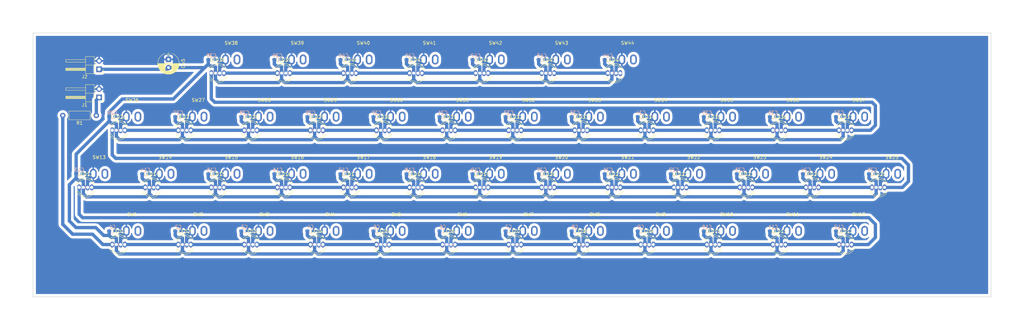
<source format=kicad_pcb>
(kicad_pcb (version 4) (host pcbnew 4.0.6)
  (layers (0 F.Cu signal) (31 B.Cu signal) (34 B.Paste user) (35 F.Paste user) (36 B.SilkS user) (37 F.SilkS user) (38 B.Mask user) (39 F.Mask user) (44 Edge.Cuts user))
  (net 0 "")
  (net 1 VccLed)
  (net 2 "Net-(LED1-Pad2)")
  (net 3 GND)
  (net 4 "Net-(LED1-Pad4)")
  (net 5 "Net-(LED10-Pad2)")
  (net 6 "Net-(LED10-Pad4)")
  (net 7 "Net-(LED13-Pad2)")
  (net 8 "Net-(LED26-Pad2)")
  (net 9 "Net-(J1-Pad1)")
  (net 10 "Net-(LED2-Pad2)")
  (net 11 "Net-(LED3-Pad2)")
  (net 12 "Net-(LED4-Pad2)")
  (net 13 "Net-(LED5-Pad2)")
  (net 14 "Net-(LED6-Pad2)")
  (net 15 "Net-(LED7-Pad2)")
  (net 16 "Net-(LED8-Pad2)")
  (net 17 "Net-(LED11-Pad2)")
  (net 18 "Net-(LED12-Pad2)")
  (net 19 "Net-(LED14-Pad2)")
  (net 20 "Net-(LED15-Pad2)")
  (net 21 "Net-(LED16-Pad2)")
  (net 22 "Net-(LED17-Pad2)")
  (net 23 "Net-(LED18-Pad2)")
  (net 24 "Net-(LED19-Pad2)")
  (net 25 "Net-(LED20-Pad2)")
  (net 26 "Net-(LED21-Pad2)")
  (net 27 "Net-(LED22-Pad2)")
  (net 28 "Net-(LED23-Pad2)")
  (net 29 "Net-(LED24-Pad2)")
  (net 30 "Net-(LED25-Pad2)")
  (net 31 "Net-(LED27-Pad2)")
  (net 32 "Net-(LED28-Pad2)")
  (net 33 "Net-(LED29-Pad2)")
  (net 34 "Net-(LED30-Pad2)")
  (net 35 "Net-(LED31-Pad2)")
  (net 36 "Net-(LED32-Pad2)")
  (net 37 "Net-(LED33-Pad2)")
  (net 38 "Net-(LED34-Pad2)")
  (net 39 "Net-(LED35-Pad2)")
  (net 40 "Net-(LED36-Pad2)")
  (net 41 "Net-(LED37-Pad2)")
  (net 42 "Net-(LED38-Pad2)")
  (net 43 "Net-(LED39-Pad2)")
  (net 44 "Net-(LED40-Pad2)")
  (net 45 "Net-(LED41-Pad2)")
  (net 46 "Net-(LED42-Pad2)")
  (net 47 "Net-(LED43-Pad2)")
  (module RedPushButton:SW_PUSH_6mm (layer F.Cu) (at 40 125.358984)
    (fp_text reference SW26 (at 0 -5) (layer F.SilkS))
    (fp_text value SW_Push)
    (pad 1 thru_hole oval (at -1.75 0) (size 2 3) (drill oval 1.1 2.1) (layers *.Cu *.Mask) (net 3 GND))
    (pad 2 thru_hole oval (at 1.75 0) (size 2 3) (drill oval 1.1 2.1) (layers *.Cu *.Mask))
  )
  (module WS2812B-5mm-1:LED_D5.0mm-4 (layer F.Cu) (at 35.863426 129.495558)
    (fp_text reference LED26 (at 0.005 -3.96) (layer F.SilkS))
    (fp_text value WS2812B)
    (pad 4 thru_hole oval (at -1.9 0) (size 1.07 1.8) (drill 0.9) (layers *.Cu *.Mask) (net 30 "Net-(LED25-Pad2)"))
    (pad 1 thru_hole rect (at -0.63 0) (size 1.07 1.8) (drill 0.9) (layers *.Cu *.Mask) (net 1 VccLed))
    (pad 3 thru_hole oval (at 0.64 0) (size 1.07 1.8) (drill 0.9) (layers *.Cu *.Mask) (net 3 GND))
    (pad 2 thru_hole oval (at 1.91 0) (size 1.07 1.8) (drill 0.9) (layers *.Cu *.Mask) (net 8 "Net-(LED26-Pad2)"))
  )
  (module Capacitors_SMD:C_0603_HandSoldering (layer B.Cu) (at 34 125.358984 180)
    (fp_text reference C26 (at 0 1.25 180) (layer B.SilkS) (effects (justify mirror)))
    (fp_text value C)
    (pad 1 smd rect (at -0.95 0 180) (size 1.2 0.75) (layers B.Cu B.Paste B.Mask) (net 3 GND))
    (pad 2 smd rect (at 0.95 0 180) (size 1.2 0.75) (layers B.Cu B.Paste B.Mask) (net 1 VccLed))
  )
  (module Capacitors_SMD:C_0603_HandSoldering (layer B.Cu) (at 54 125.358984 180)
    (fp_text reference C27 (at 0 1.25 180) (layer B.SilkS) (effects (justify mirror)))
    (fp_text value C)
    (pad 1 smd rect (at -0.95 0 180) (size 1.2 0.75) (layers B.Cu B.Paste B.Mask) (net 3 GND))
    (pad 2 smd rect (at 0.95 0 180) (size 1.2 0.75) (layers B.Cu B.Paste B.Mask) (net 1 VccLed))
  )
  (module WS2812B-5mm-1:LED_D5.0mm-4 (layer F.Cu) (at 55.863426 129.495558)
    (fp_text reference LED27 (at 0.005 -3.96) (layer F.SilkS))
    (fp_text value WS2812B)
    (pad 4 thru_hole oval (at -1.9 0) (size 1.07 1.8) (drill 0.9) (layers *.Cu *.Mask) (net 8 "Net-(LED26-Pad2)"))
    (pad 1 thru_hole rect (at -0.63 0) (size 1.07 1.8) (drill 0.9) (layers *.Cu *.Mask) (net 1 VccLed))
    (pad 3 thru_hole oval (at 0.64 0) (size 1.07 1.8) (drill 0.9) (layers *.Cu *.Mask) (net 3 GND))
    (pad 2 thru_hole oval (at 1.91 0) (size 1.07 1.8) (drill 0.9) (layers *.Cu *.Mask) (net 31 "Net-(LED27-Pad2)"))
  )
  (module RedPushButton:SW_PUSH_6mm (layer F.Cu) (at 60 125.358984)
    (fp_text reference SW27 (at 0 -5) (layer F.SilkS))
    (fp_text value SW_Push)
    (pad 1 thru_hole oval (at -1.75 0) (size 2 3) (drill oval 1.1 2.1) (layers *.Cu *.Mask) (net 3 GND))
    (pad 2 thru_hole oval (at 1.75 0) (size 2 3) (drill oval 1.1 2.1) (layers *.Cu *.Mask))
  )
  (module RedPushButton:SW_PUSH_6mm (layer F.Cu) (at 100 125.358984)
    (fp_text reference SW29 (at 0 -5) (layer F.SilkS))
    (fp_text value SW_Push)
    (pad 1 thru_hole oval (at -1.75 0) (size 2 3) (drill oval 1.1 2.1) (layers *.Cu *.Mask) (net 3 GND))
    (pad 2 thru_hole oval (at 1.75 0) (size 2 3) (drill oval 1.1 2.1) (layers *.Cu *.Mask))
  )
  (module WS2812B-5mm-1:LED_D5.0mm-4 (layer F.Cu) (at 95.863426 129.495558)
    (fp_text reference LED29 (at 0.005 -3.96) (layer F.SilkS))
    (fp_text value WS2812B)
    (pad 4 thru_hole oval (at -1.9 0) (size 1.07 1.8) (drill 0.9) (layers *.Cu *.Mask) (net 32 "Net-(LED28-Pad2)"))
    (pad 1 thru_hole rect (at -0.63 0) (size 1.07 1.8) (drill 0.9) (layers *.Cu *.Mask) (net 1 VccLed))
    (pad 3 thru_hole oval (at 0.64 0) (size 1.07 1.8) (drill 0.9) (layers *.Cu *.Mask) (net 3 GND))
    (pad 2 thru_hole oval (at 1.91 0) (size 1.07 1.8) (drill 0.9) (layers *.Cu *.Mask) (net 33 "Net-(LED29-Pad2)"))
  )
  (module Capacitors_SMD:C_0603_HandSoldering (layer B.Cu) (at 94 125.358984 180)
    (fp_text reference C29 (at 0 1.25 180) (layer B.SilkS) (effects (justify mirror)))
    (fp_text value C)
    (pad 1 smd rect (at -0.95 0 180) (size 1.2 0.75) (layers B.Cu B.Paste B.Mask) (net 3 GND))
    (pad 2 smd rect (at 0.95 0 180) (size 1.2 0.75) (layers B.Cu B.Paste B.Mask) (net 1 VccLed))
  )
  (module Capacitors_SMD:C_0603_HandSoldering (layer B.Cu) (at 74 125.358984 180)
    (fp_text reference C28 (at 0 1.25 180) (layer B.SilkS) (effects (justify mirror)))
    (fp_text value C)
    (pad 1 smd rect (at -0.95 0 180) (size 1.2 0.75) (layers B.Cu B.Paste B.Mask) (net 3 GND))
    (pad 2 smd rect (at 0.95 0 180) (size 1.2 0.75) (layers B.Cu B.Paste B.Mask) (net 1 VccLed))
  )
  (module WS2812B-5mm-1:LED_D5.0mm-4 (layer F.Cu) (at 75.863426 129.495558)
    (fp_text reference LED28 (at 0.005 -3.96) (layer F.SilkS))
    (fp_text value WS2812B)
    (pad 4 thru_hole oval (at -1.9 0) (size 1.07 1.8) (drill 0.9) (layers *.Cu *.Mask) (net 31 "Net-(LED27-Pad2)"))
    (pad 1 thru_hole rect (at -0.63 0) (size 1.07 1.8) (drill 0.9) (layers *.Cu *.Mask) (net 1 VccLed))
    (pad 3 thru_hole oval (at 0.64 0) (size 1.07 1.8) (drill 0.9) (layers *.Cu *.Mask) (net 3 GND))
    (pad 2 thru_hole oval (at 1.91 0) (size 1.07 1.8) (drill 0.9) (layers *.Cu *.Mask) (net 32 "Net-(LED28-Pad2)"))
  )
  (module RedPushButton:SW_PUSH_6mm (layer F.Cu) (at 80 125.358984)
    (fp_text reference SW28 (at 0 -5) (layer F.SilkS))
    (fp_text value SW_Push)
    (pad 1 thru_hole oval (at -1.75 0) (size 2 3) (drill oval 1.1 2.1) (layers *.Cu *.Mask) (net 3 GND))
    (pad 2 thru_hole oval (at 1.75 0) (size 2 3) (drill oval 1.1 2.1) (layers *.Cu *.Mask))
  )
  (module RedPushButton:SW_PUSH_6mm (layer F.Cu) (at 160 125.358984)
    (fp_text reference SW32 (at 0 -5) (layer F.SilkS))
    (fp_text value SW_Push)
    (pad 1 thru_hole oval (at -1.75 0) (size 2 3) (drill oval 1.1 2.1) (layers *.Cu *.Mask) (net 3 GND))
    (pad 2 thru_hole oval (at 1.75 0) (size 2 3) (drill oval 1.1 2.1) (layers *.Cu *.Mask))
  )
  (module WS2812B-5mm-1:LED_D5.0mm-4 (layer F.Cu) (at 155.863426 129.495558)
    (fp_text reference LED32 (at 0.005 -3.96) (layer F.SilkS))
    (fp_text value WS2812B)
    (pad 4 thru_hole oval (at -1.9 0) (size 1.07 1.8) (drill 0.9) (layers *.Cu *.Mask) (net 35 "Net-(LED31-Pad2)"))
    (pad 1 thru_hole rect (at -0.63 0) (size 1.07 1.8) (drill 0.9) (layers *.Cu *.Mask) (net 1 VccLed))
    (pad 3 thru_hole oval (at 0.64 0) (size 1.07 1.8) (drill 0.9) (layers *.Cu *.Mask) (net 3 GND))
    (pad 2 thru_hole oval (at 1.91 0) (size 1.07 1.8) (drill 0.9) (layers *.Cu *.Mask) (net 36 "Net-(LED32-Pad2)"))
  )
  (module Capacitors_SMD:C_0603_HandSoldering (layer B.Cu) (at 154 125.358984 180)
    (fp_text reference C32 (at 0 1.25 180) (layer B.SilkS) (effects (justify mirror)))
    (fp_text value C)
    (pad 1 smd rect (at -0.95 0 180) (size 1.2 0.75) (layers B.Cu B.Paste B.Mask) (net 3 GND))
    (pad 2 smd rect (at 0.95 0 180) (size 1.2 0.75) (layers B.Cu B.Paste B.Mask) (net 1 VccLed))
  )
  (module Capacitors_SMD:C_0603_HandSoldering (layer B.Cu) (at 174 125.358984 180)
    (fp_text reference C33 (at 0 1.25 180) (layer B.SilkS) (effects (justify mirror)))
    (fp_text value C)
    (pad 1 smd rect (at -0.95 0 180) (size 1.2 0.75) (layers B.Cu B.Paste B.Mask) (net 3 GND))
    (pad 2 smd rect (at 0.95 0 180) (size 1.2 0.75) (layers B.Cu B.Paste B.Mask) (net 1 VccLed))
  )
  (module WS2812B-5mm-1:LED_D5.0mm-4 (layer F.Cu) (at 175.863426 129.495558)
    (fp_text reference LED33 (at 0.005 -3.96) (layer F.SilkS))
    (fp_text value WS2812B)
    (pad 4 thru_hole oval (at -1.9 0) (size 1.07 1.8) (drill 0.9) (layers *.Cu *.Mask) (net 36 "Net-(LED32-Pad2)"))
    (pad 1 thru_hole rect (at -0.63 0) (size 1.07 1.8) (drill 0.9) (layers *.Cu *.Mask) (net 1 VccLed))
    (pad 3 thru_hole oval (at 0.64 0) (size 1.07 1.8) (drill 0.9) (layers *.Cu *.Mask) (net 3 GND))
    (pad 2 thru_hole oval (at 1.91 0) (size 1.07 1.8) (drill 0.9) (layers *.Cu *.Mask) (net 37 "Net-(LED33-Pad2)"))
  )
  (module RedPushButton:SW_PUSH_6mm (layer F.Cu) (at 180 125.358984)
    (fp_text reference SW33 (at 0 -5) (layer F.SilkS))
    (fp_text value SW_Push)
    (pad 1 thru_hole oval (at -1.75 0) (size 2 3) (drill oval 1.1 2.1) (layers *.Cu *.Mask) (net 3 GND))
    (pad 2 thru_hole oval (at 1.75 0) (size 2 3) (drill oval 1.1 2.1) (layers *.Cu *.Mask))
  )
  (module RedPushButton:SW_PUSH_6mm (layer F.Cu) (at 140 125.358984)
    (fp_text reference SW31 (at 0 -5) (layer F.SilkS))
    (fp_text value SW_Push)
    (pad 1 thru_hole oval (at -1.75 0) (size 2 3) (drill oval 1.1 2.1) (layers *.Cu *.Mask) (net 3 GND))
    (pad 2 thru_hole oval (at 1.75 0) (size 2 3) (drill oval 1.1 2.1) (layers *.Cu *.Mask))
  )
  (module WS2812B-5mm-1:LED_D5.0mm-4 (layer F.Cu) (at 135.863426 129.495558)
    (fp_text reference LED31 (at 0.005 -3.96) (layer F.SilkS))
    (fp_text value WS2812B)
    (pad 4 thru_hole oval (at -1.9 0) (size 1.07 1.8) (drill 0.9) (layers *.Cu *.Mask) (net 34 "Net-(LED30-Pad2)"))
    (pad 1 thru_hole rect (at -0.63 0) (size 1.07 1.8) (drill 0.9) (layers *.Cu *.Mask) (net 1 VccLed))
    (pad 3 thru_hole oval (at 0.64 0) (size 1.07 1.8) (drill 0.9) (layers *.Cu *.Mask) (net 3 GND))
    (pad 2 thru_hole oval (at 1.91 0) (size 1.07 1.8) (drill 0.9) (layers *.Cu *.Mask) (net 35 "Net-(LED31-Pad2)"))
  )
  (module Capacitors_SMD:C_0603_HandSoldering (layer B.Cu) (at 134 125.358984 180)
    (fp_text reference C31 (at 0 1.25 180) (layer B.SilkS) (effects (justify mirror)))
    (fp_text value C)
    (pad 1 smd rect (at -0.95 0 180) (size 1.2 0.75) (layers B.Cu B.Paste B.Mask) (net 3 GND))
    (pad 2 smd rect (at 0.95 0 180) (size 1.2 0.75) (layers B.Cu B.Paste B.Mask) (net 1 VccLed))
  )
  (module Capacitors_SMD:C_0603_HandSoldering (layer B.Cu) (at 114 125.358984 180)
    (fp_text reference C30 (at 0 1.25 180) (layer B.SilkS) (effects (justify mirror)))
    (fp_text value C)
    (pad 1 smd rect (at -0.95 0 180) (size 1.2 0.75) (layers B.Cu B.Paste B.Mask) (net 3 GND))
    (pad 2 smd rect (at 0.95 0 180) (size 1.2 0.75) (layers B.Cu B.Paste B.Mask) (net 1 VccLed))
  )
  (module WS2812B-5mm-1:LED_D5.0mm-4 (layer F.Cu) (at 115.863426 129.495558)
    (fp_text reference LED30 (at 0.005 -3.96) (layer F.SilkS))
    (fp_text value WS2812B)
    (pad 4 thru_hole oval (at -1.9 0) (size 1.07 1.8) (drill 0.9) (layers *.Cu *.Mask) (net 33 "Net-(LED29-Pad2)"))
    (pad 1 thru_hole rect (at -0.63 0) (size 1.07 1.8) (drill 0.9) (layers *.Cu *.Mask) (net 1 VccLed))
    (pad 3 thru_hole oval (at 0.64 0) (size 1.07 1.8) (drill 0.9) (layers *.Cu *.Mask) (net 3 GND))
    (pad 2 thru_hole oval (at 1.91 0) (size 1.07 1.8) (drill 0.9) (layers *.Cu *.Mask) (net 34 "Net-(LED30-Pad2)"))
  )
  (module RedPushButton:SW_PUSH_6mm (layer F.Cu) (at 120 125.358984)
    (fp_text reference SW30 (at 0 -5) (layer F.SilkS))
    (fp_text value SW_Push)
    (pad 1 thru_hole oval (at -1.75 0) (size 2 3) (drill oval 1.1 2.1) (layers *.Cu *.Mask) (net 3 GND))
    (pad 2 thru_hole oval (at 1.75 0) (size 2 3) (drill oval 1.1 2.1) (layers *.Cu *.Mask))
  )
  (module RedPushButton:SW_PUSH_6mm (layer F.Cu) (at 200 125.358984)
    (fp_text reference SW34 (at 0 -5) (layer F.SilkS))
    (fp_text value SW_Push)
    (pad 1 thru_hole oval (at -1.75 0) (size 2 3) (drill oval 1.1 2.1) (layers *.Cu *.Mask) (net 3 GND))
    (pad 2 thru_hole oval (at 1.75 0) (size 2 3) (drill oval 1.1 2.1) (layers *.Cu *.Mask))
  )
  (module WS2812B-5mm-1:LED_D5.0mm-4 (layer F.Cu) (at 195.863426 129.495558)
    (fp_text reference LED34 (at 0.005 -3.96) (layer F.SilkS))
    (fp_text value WS2812B)
    (pad 4 thru_hole oval (at -1.9 0) (size 1.07 1.8) (drill 0.9) (layers *.Cu *.Mask) (net 37 "Net-(LED33-Pad2)"))
    (pad 1 thru_hole rect (at -0.63 0) (size 1.07 1.8) (drill 0.9) (layers *.Cu *.Mask) (net 1 VccLed))
    (pad 3 thru_hole oval (at 0.64 0) (size 1.07 1.8) (drill 0.9) (layers *.Cu *.Mask) (net 3 GND))
    (pad 2 thru_hole oval (at 1.91 0) (size 1.07 1.8) (drill 0.9) (layers *.Cu *.Mask) (net 38 "Net-(LED34-Pad2)"))
  )
  (module Capacitors_SMD:C_0603_HandSoldering (layer B.Cu) (at 194 125.358984 180)
    (fp_text reference C34 (at 0 1.25 180) (layer B.SilkS) (effects (justify mirror)))
    (fp_text value C)
    (pad 1 smd rect (at -0.95 0 180) (size 1.2 0.75) (layers B.Cu B.Paste B.Mask) (net 3 GND))
    (pad 2 smd rect (at 0.95 0 180) (size 1.2 0.75) (layers B.Cu B.Paste B.Mask) (net 1 VccLed))
  )
  (module Capacitors_SMD:C_0603_HandSoldering (layer B.Cu) (at 214 125.358984 180)
    (fp_text reference C35 (at 0 1.25 180) (layer B.SilkS) (effects (justify mirror)))
    (fp_text value C)
    (pad 1 smd rect (at -0.95 0 180) (size 1.2 0.75) (layers B.Cu B.Paste B.Mask) (net 3 GND))
    (pad 2 smd rect (at 0.95 0 180) (size 1.2 0.75) (layers B.Cu B.Paste B.Mask) (net 1 VccLed))
  )
  (module WS2812B-5mm-1:LED_D5.0mm-4 (layer F.Cu) (at 215.863426 129.495558)
    (fp_text reference LED35 (at 0.005 -3.96) (layer F.SilkS))
    (fp_text value WS2812B)
    (pad 4 thru_hole oval (at -1.9 0) (size 1.07 1.8) (drill 0.9) (layers *.Cu *.Mask) (net 38 "Net-(LED34-Pad2)"))
    (pad 1 thru_hole rect (at -0.63 0) (size 1.07 1.8) (drill 0.9) (layers *.Cu *.Mask) (net 1 VccLed))
    (pad 3 thru_hole oval (at 0.64 0) (size 1.07 1.8) (drill 0.9) (layers *.Cu *.Mask) (net 3 GND))
    (pad 2 thru_hole oval (at 1.91 0) (size 1.07 1.8) (drill 0.9) (layers *.Cu *.Mask) (net 39 "Net-(LED35-Pad2)"))
  )
  (module RedPushButton:SW_PUSH_6mm (layer F.Cu) (at 220 125.358984)
    (fp_text reference SW35 (at 0 -5) (layer F.SilkS))
    (fp_text value SW_Push)
    (pad 1 thru_hole oval (at -1.75 0) (size 2 3) (drill oval 1.1 2.1) (layers *.Cu *.Mask) (net 3 GND))
    (pad 2 thru_hole oval (at 1.75 0) (size 2 3) (drill oval 1.1 2.1) (layers *.Cu *.Mask))
  )
  (module RedPushButton:SW_PUSH_6mm (layer F.Cu) (at 260 125.358984)
    (fp_text reference SW37 (at 0 -5) (layer F.SilkS))
    (fp_text value SW_Push)
    (pad 1 thru_hole oval (at -1.75 0) (size 2 3) (drill oval 1.1 2.1) (layers *.Cu *.Mask) (net 3 GND))
    (pad 2 thru_hole oval (at 1.75 0) (size 2 3) (drill oval 1.1 2.1) (layers *.Cu *.Mask))
  )
  (module WS2812B-5mm-1:LED_D5.0mm-4 (layer F.Cu) (at 255.863426 129.495558)
    (fp_text reference LED37 (at 0.005 -3.96) (layer F.SilkS))
    (fp_text value WS2812B)
    (pad 4 thru_hole oval (at -1.9 0) (size 1.07 1.8) (drill 0.9) (layers *.Cu *.Mask) (net 40 "Net-(LED36-Pad2)"))
    (pad 1 thru_hole rect (at -0.63 0) (size 1.07 1.8) (drill 0.9) (layers *.Cu *.Mask) (net 1 VccLed))
    (pad 3 thru_hole oval (at 0.64 0) (size 1.07 1.8) (drill 0.9) (layers *.Cu *.Mask) (net 3 GND))
    (pad 2 thru_hole oval (at 1.91 0) (size 1.07 1.8) (drill 0.9) (layers *.Cu *.Mask) (net 41 "Net-(LED37-Pad2)"))
  )
  (module Capacitors_SMD:C_0603_HandSoldering (layer B.Cu) (at 254 125.358984 180)
    (fp_text reference C37 (at 0 1.25 180) (layer B.SilkS) (effects (justify mirror)))
    (fp_text value C)
    (pad 1 smd rect (at -0.95 0 180) (size 1.2 0.75) (layers B.Cu B.Paste B.Mask) (net 3 GND))
    (pad 2 smd rect (at 0.95 0 180) (size 1.2 0.75) (layers B.Cu B.Paste B.Mask) (net 1 VccLed))
  )
  (module Capacitors_SMD:C_0603_HandSoldering (layer B.Cu) (at 234 125.358984 180)
    (fp_text reference C36 (at 0 1.25 180) (layer B.SilkS) (effects (justify mirror)))
    (fp_text value C)
    (pad 1 smd rect (at -0.95 0 180) (size 1.2 0.75) (layers B.Cu B.Paste B.Mask) (net 3 GND))
    (pad 2 smd rect (at 0.95 0 180) (size 1.2 0.75) (layers B.Cu B.Paste B.Mask) (net 1 VccLed))
  )
  (module WS2812B-5mm-1:LED_D5.0mm-4 (layer F.Cu) (at 235.863426 129.495558)
    (fp_text reference LED36 (at 0.005 -3.96) (layer F.SilkS))
    (fp_text value WS2812B)
    (pad 4 thru_hole oval (at -1.9 0) (size 1.07 1.8) (drill 0.9) (layers *.Cu *.Mask) (net 39 "Net-(LED35-Pad2)"))
    (pad 1 thru_hole rect (at -0.63 0) (size 1.07 1.8) (drill 0.9) (layers *.Cu *.Mask) (net 1 VccLed))
    (pad 3 thru_hole oval (at 0.64 0) (size 1.07 1.8) (drill 0.9) (layers *.Cu *.Mask) (net 3 GND))
    (pad 2 thru_hole oval (at 1.91 0) (size 1.07 1.8) (drill 0.9) (layers *.Cu *.Mask) (net 40 "Net-(LED36-Pad2)"))
  )
  (module RedPushButton:SW_PUSH_6mm (layer F.Cu) (at 240 125.358984)
    (fp_text reference SW36 (at 0 -5) (layer F.SilkS))
    (fp_text value SW_Push)
    (pad 1 thru_hole oval (at -1.75 0) (size 2 3) (drill oval 1.1 2.1) (layers *.Cu *.Mask) (net 3 GND))
    (pad 2 thru_hole oval (at 1.75 0) (size 2 3) (drill oval 1.1 2.1) (layers *.Cu *.Mask))
  )
  (module Capacitors_SMD:C_0603_HandSoldering (layer B.Cu) (at 184 108.038474 180)
    (fp_text reference C44 (at 0 1.25 180) (layer B.SilkS) (effects (justify mirror)))
    (fp_text value C)
    (pad 1 smd rect (at -0.95 0 180) (size 1.2 0.75) (layers B.Cu B.Paste B.Mask) (net 3 GND))
    (pad 2 smd rect (at 0.95 0 180) (size 1.2 0.75) (layers B.Cu B.Paste B.Mask) (net 1 VccLed))
  )
  (module WS2812B-5mm-1:LED_D5.0mm-4 (layer F.Cu) (at 185.863426 112.175048)
    (fp_text reference LED44 (at 0.005 -3.96) (layer F.SilkS))
    (fp_text value WS2812B)
    (pad 4 thru_hole oval (at -1.9 0) (size 1.07 1.8) (drill 0.9) (layers *.Cu *.Mask) (net 47 "Net-(LED43-Pad2)"))
    (pad 1 thru_hole rect (at -0.63 0) (size 1.07 1.8) (drill 0.9) (layers *.Cu *.Mask) (net 1 VccLed))
    (pad 3 thru_hole oval (at 0.64 0) (size 1.07 1.8) (drill 0.9) (layers *.Cu *.Mask) (net 3 GND))
    (pad 2 thru_hole oval (at 1.91 0) (size 1.07 1.8) (drill 0.9) (layers *.Cu *.Mask))
  )
  (module RedPushButton:SW_PUSH_6mm (layer F.Cu) (at 190 108.038474)
    (fp_text reference SW44 (at 0 -5) (layer F.SilkS))
    (fp_text value SW_Push)
    (pad 1 thru_hole oval (at -1.75 0) (size 2 3) (drill oval 1.1 2.1) (layers *.Cu *.Mask) (net 3 GND))
    (pad 2 thru_hole oval (at 1.75 0) (size 2 3) (drill oval 1.1 2.1) (layers *.Cu *.Mask))
  )
  (module RedPushButton:SW_PUSH_6mm (layer F.Cu) (at 110 108.038474)
    (fp_text reference SW40 (at 0 -5) (layer F.SilkS))
    (fp_text value SW_Push)
    (pad 1 thru_hole oval (at -1.75 0) (size 2 3) (drill oval 1.1 2.1) (layers *.Cu *.Mask) (net 3 GND))
    (pad 2 thru_hole oval (at 1.75 0) (size 2 3) (drill oval 1.1 2.1) (layers *.Cu *.Mask))
  )
  (module WS2812B-5mm-1:LED_D5.0mm-4 (layer F.Cu) (at 105.863426 112.175048)
    (fp_text reference LED40 (at 0.005 -3.96) (layer F.SilkS))
    (fp_text value WS2812B)
    (pad 4 thru_hole oval (at -1.9 0) (size 1.07 1.8) (drill 0.9) (layers *.Cu *.Mask) (net 43 "Net-(LED39-Pad2)"))
    (pad 1 thru_hole rect (at -0.63 0) (size 1.07 1.8) (drill 0.9) (layers *.Cu *.Mask) (net 1 VccLed))
    (pad 3 thru_hole oval (at 0.64 0) (size 1.07 1.8) (drill 0.9) (layers *.Cu *.Mask) (net 3 GND))
    (pad 2 thru_hole oval (at 1.91 0) (size 1.07 1.8) (drill 0.9) (layers *.Cu *.Mask) (net 44 "Net-(LED40-Pad2)"))
  )
  (module Capacitors_SMD:C_0603_HandSoldering (layer B.Cu) (at 104 108.038474 180)
    (fp_text reference C40 (at 0 1.25 180) (layer B.SilkS) (effects (justify mirror)))
    (fp_text value C)
    (pad 1 smd rect (at -0.95 0 180) (size 1.2 0.75) (layers B.Cu B.Paste B.Mask) (net 3 GND))
    (pad 2 smd rect (at 0.95 0 180) (size 1.2 0.75) (layers B.Cu B.Paste B.Mask) (net 1 VccLed))
  )
  (module Capacitors_SMD:C_0603_HandSoldering (layer B.Cu) (at 124 108.038474 180)
    (fp_text reference C41 (at 0 1.25 180) (layer B.SilkS) (effects (justify mirror)))
    (fp_text value C)
    (pad 1 smd rect (at -0.95 0 180) (size 1.2 0.75) (layers B.Cu B.Paste B.Mask) (net 3 GND))
    (pad 2 smd rect (at 0.95 0 180) (size 1.2 0.75) (layers B.Cu B.Paste B.Mask) (net 1 VccLed))
  )
  (module WS2812B-5mm-1:LED_D5.0mm-4 (layer F.Cu) (at 125.863426 112.175048)
    (fp_text reference LED41 (at 0.005 -3.96) (layer F.SilkS))
    (fp_text value WS2812B)
    (pad 4 thru_hole oval (at -1.9 0) (size 1.07 1.8) (drill 0.9) (layers *.Cu *.Mask) (net 44 "Net-(LED40-Pad2)"))
    (pad 1 thru_hole rect (at -0.63 0) (size 1.07 1.8) (drill 0.9) (layers *.Cu *.Mask) (net 1 VccLed))
    (pad 3 thru_hole oval (at 0.64 0) (size 1.07 1.8) (drill 0.9) (layers *.Cu *.Mask) (net 3 GND))
    (pad 2 thru_hole oval (at 1.91 0) (size 1.07 1.8) (drill 0.9) (layers *.Cu *.Mask) (net 45 "Net-(LED41-Pad2)"))
  )
  (module RedPushButton:SW_PUSH_6mm (layer F.Cu) (at 130 108.038474)
    (fp_text reference SW41 (at 0 -5) (layer F.SilkS))
    (fp_text value SW_Push)
    (pad 1 thru_hole oval (at -1.75 0) (size 2 3) (drill oval 1.1 2.1) (layers *.Cu *.Mask) (net 3 GND))
    (pad 2 thru_hole oval (at 1.75 0) (size 2 3) (drill oval 1.1 2.1) (layers *.Cu *.Mask))
  )
  (module RedPushButton:SW_PUSH_6mm (layer F.Cu) (at 170 108.038474)
    (fp_text reference SW43 (at 0 -5) (layer F.SilkS))
    (fp_text value SW_Push)
    (pad 1 thru_hole oval (at -1.75 0) (size 2 3) (drill oval 1.1 2.1) (layers *.Cu *.Mask) (net 3 GND))
    (pad 2 thru_hole oval (at 1.75 0) (size 2 3) (drill oval 1.1 2.1) (layers *.Cu *.Mask))
  )
  (module WS2812B-5mm-1:LED_D5.0mm-4 (layer F.Cu) (at 165.863426 112.175048)
    (fp_text reference LED43 (at 0.005 -3.96) (layer F.SilkS))
    (fp_text value WS2812B)
    (pad 4 thru_hole oval (at -1.9 0) (size 1.07 1.8) (drill 0.9) (layers *.Cu *.Mask) (net 46 "Net-(LED42-Pad2)"))
    (pad 1 thru_hole rect (at -0.63 0) (size 1.07 1.8) (drill 0.9) (layers *.Cu *.Mask) (net 1 VccLed))
    (pad 3 thru_hole oval (at 0.64 0) (size 1.07 1.8) (drill 0.9) (layers *.Cu *.Mask) (net 3 GND))
    (pad 2 thru_hole oval (at 1.91 0) (size 1.07 1.8) (drill 0.9) (layers *.Cu *.Mask) (net 47 "Net-(LED43-Pad2)"))
  )
  (module Capacitors_SMD:C_0603_HandSoldering (layer B.Cu) (at 164 108.038474 180)
    (fp_text reference C43 (at 0 1.25 180) (layer B.SilkS) (effects (justify mirror)))
    (fp_text value C)
    (pad 1 smd rect (at -0.95 0 180) (size 1.2 0.75) (layers B.Cu B.Paste B.Mask) (net 3 GND))
    (pad 2 smd rect (at 0.95 0 180) (size 1.2 0.75) (layers B.Cu B.Paste B.Mask) (net 1 VccLed))
  )
  (module Capacitors_SMD:C_0603_HandSoldering (layer B.Cu) (at 144 108.038474 180)
    (fp_text reference C42 (at 0 1.25 180) (layer B.SilkS) (effects (justify mirror)))
    (fp_text value C)
    (pad 1 smd rect (at -0.95 0 180) (size 1.2 0.75) (layers B.Cu B.Paste B.Mask) (net 3 GND))
    (pad 2 smd rect (at 0.95 0 180) (size 1.2 0.75) (layers B.Cu B.Paste B.Mask) (net 1 VccLed))
  )
  (module WS2812B-5mm-1:LED_D5.0mm-4 (layer F.Cu) (at 145.863426 112.175048)
    (fp_text reference LED42 (at 0.005 -3.96) (layer F.SilkS))
    (fp_text value WS2812B)
    (pad 4 thru_hole oval (at -1.9 0) (size 1.07 1.8) (drill 0.9) (layers *.Cu *.Mask) (net 45 "Net-(LED41-Pad2)"))
    (pad 1 thru_hole rect (at -0.63 0) (size 1.07 1.8) (drill 0.9) (layers *.Cu *.Mask) (net 1 VccLed))
    (pad 3 thru_hole oval (at 0.64 0) (size 1.07 1.8) (drill 0.9) (layers *.Cu *.Mask) (net 3 GND))
    (pad 2 thru_hole oval (at 1.91 0) (size 1.07 1.8) (drill 0.9) (layers *.Cu *.Mask) (net 46 "Net-(LED42-Pad2)"))
  )
  (module RedPushButton:SW_PUSH_6mm (layer F.Cu) (at 150 108.038474)
    (fp_text reference SW42 (at 0 -5) (layer F.SilkS))
    (fp_text value SW_Push)
    (pad 1 thru_hole oval (at -1.75 0) (size 2 3) (drill oval 1.1 2.1) (layers *.Cu *.Mask) (net 3 GND))
    (pad 2 thru_hole oval (at 1.75 0) (size 2 3) (drill oval 1.1 2.1) (layers *.Cu *.Mask))
  )
  (module RedPushButton:SW_PUSH_6mm (layer F.Cu) (at 70 108.038474)
    (fp_text reference SW38 (at 0 -5) (layer F.SilkS))
    (fp_text value SW_Push)
    (pad 1 thru_hole oval (at -1.75 0) (size 2 3) (drill oval 1.1 2.1) (layers *.Cu *.Mask) (net 3 GND))
    (pad 2 thru_hole oval (at 1.75 0) (size 2 3) (drill oval 1.1 2.1) (layers *.Cu *.Mask))
  )
  (module WS2812B-5mm-1:LED_D5.0mm-4 (layer F.Cu) (at 65.863426 112.175048)
    (fp_text reference LED38 (at 0.005 -3.96) (layer F.SilkS))
    (fp_text value WS2812B)
    (pad 4 thru_hole oval (at -1.9 0) (size 1.07 1.8) (drill 0.9) (layers *.Cu *.Mask) (net 41 "Net-(LED37-Pad2)"))
    (pad 1 thru_hole rect (at -0.63 0) (size 1.07 1.8) (drill 0.9) (layers *.Cu *.Mask) (net 1 VccLed))
    (pad 3 thru_hole oval (at 0.64 0) (size 1.07 1.8) (drill 0.9) (layers *.Cu *.Mask) (net 3 GND))
    (pad 2 thru_hole oval (at 1.91 0) (size 1.07 1.8) (drill 0.9) (layers *.Cu *.Mask) (net 42 "Net-(LED38-Pad2)"))
  )
  (module Capacitors_SMD:C_0603_HandSoldering (layer B.Cu) (at 64 108.038474 180)
    (fp_text reference C38 (at 0 1.25 180) (layer B.SilkS) (effects (justify mirror)))
    (fp_text value C)
    (pad 1 smd rect (at -0.95 0 180) (size 1.2 0.75) (layers B.Cu B.Paste B.Mask) (net 3 GND))
    (pad 2 smd rect (at 0.95 0 180) (size 1.2 0.75) (layers B.Cu B.Paste B.Mask) (net 1 VccLed))
  )
  (module Capacitors_SMD:C_0603_HandSoldering (layer B.Cu) (at 84 108.038474 180)
    (fp_text reference C39 (at 0 1.25 180) (layer B.SilkS) (effects (justify mirror)))
    (fp_text value C)
    (pad 1 smd rect (at -0.95 0 180) (size 1.2 0.75) (layers B.Cu B.Paste B.Mask) (net 3 GND))
    (pad 2 smd rect (at 0.95 0 180) (size 1.2 0.75) (layers B.Cu B.Paste B.Mask) (net 1 VccLed))
  )
  (module WS2812B-5mm-1:LED_D5.0mm-4 (layer F.Cu) (at 85.863426 112.175048)
    (fp_text reference LED39 (at 0.005 -3.96) (layer F.SilkS))
    (fp_text value WS2812B)
    (pad 4 thru_hole oval (at -1.9 0) (size 1.07 1.8) (drill 0.9) (layers *.Cu *.Mask) (net 42 "Net-(LED38-Pad2)"))
    (pad 1 thru_hole rect (at -0.63 0) (size 1.07 1.8) (drill 0.9) (layers *.Cu *.Mask) (net 1 VccLed))
    (pad 3 thru_hole oval (at 0.64 0) (size 1.07 1.8) (drill 0.9) (layers *.Cu *.Mask) (net 3 GND))
    (pad 2 thru_hole oval (at 1.91 0) (size 1.07 1.8) (drill 0.9) (layers *.Cu *.Mask) (net 43 "Net-(LED39-Pad2)"))
  )
  (module RedPushButton:SW_PUSH_6mm (layer F.Cu) (at 90 108.038474)
    (fp_text reference SW39 (at 0 -5) (layer F.SilkS))
    (fp_text value SW_Push)
    (pad 1 thru_hole oval (at -1.75 0) (size 2 3) (drill oval 1.1 2.1) (layers *.Cu *.Mask) (net 3 GND))
    (pad 2 thru_hole oval (at 1.75 0) (size 2 3) (drill oval 1.1 2.1) (layers *.Cu *.Mask))
  )
  (module Capacitors_SMD:C_0603_HandSoldering (layer B.Cu) (at 264 142.67949 180)
    (fp_text reference C25 (at 0 1.25 180) (layer B.SilkS) (effects (justify mirror)))
    (fp_text value C)
    (pad 1 smd rect (at -0.95 0 180) (size 1.2 0.75) (layers B.Cu B.Paste B.Mask) (net 3 GND))
    (pad 2 smd rect (at 0.95 0 180) (size 1.2 0.75) (layers B.Cu B.Paste B.Mask) (net 1 VccLed))
  )
  (module WS2812B-5mm-1:LED_D5.0mm-4 (layer F.Cu) (at 265.863426 146.816064)
    (fp_text reference LED25 (at 0.005 -3.96) (layer F.SilkS))
    (fp_text value WS2812B)
    (pad 4 thru_hole oval (at -1.9 0) (size 1.07 1.8) (drill 0.9) (layers *.Cu *.Mask) (net 29 "Net-(LED24-Pad2)"))
    (pad 1 thru_hole rect (at -0.63 0) (size 1.07 1.8) (drill 0.9) (layers *.Cu *.Mask) (net 1 VccLed))
    (pad 3 thru_hole oval (at 0.64 0) (size 1.07 1.8) (drill 0.9) (layers *.Cu *.Mask) (net 3 GND))
    (pad 2 thru_hole oval (at 1.91 0) (size 1.07 1.8) (drill 0.9) (layers *.Cu *.Mask) (net 30 "Net-(LED25-Pad2)"))
  )
  (module RedPushButton:SW_PUSH_6mm (layer F.Cu) (at 270 142.67949)
    (fp_text reference SW25 (at 0 -5) (layer F.SilkS))
    (fp_text value SW_Push)
    (pad 1 thru_hole oval (at -1.75 0) (size 2 3) (drill oval 1.1 2.1) (layers *.Cu *.Mask) (net 3 GND))
    (pad 2 thru_hole oval (at 1.75 0) (size 2 3) (drill oval 1.1 2.1) (layers *.Cu *.Mask))
  )
  (module RedPushButton:SW_PUSH_6mm (layer F.Cu) (at 30 142.67949)
    (fp_text reference SW13 (at 0 -5) (layer F.SilkS))
    (fp_text value SW_Push)
    (pad 1 thru_hole oval (at -1.75 0) (size 2 3) (drill oval 1.1 2.1) (layers *.Cu *.Mask) (net 3 GND))
    (pad 2 thru_hole oval (at 1.75 0) (size 2 3) (drill oval 1.1 2.1) (layers *.Cu *.Mask))
  )
  (module WS2812B-5mm-1:LED_D5.0mm-4 (layer F.Cu) (at 25.863426 146.816064)
    (fp_text reference LED13 (at 0.005 -3.96) (layer F.SilkS))
    (fp_text value WS2812B)
    (pad 4 thru_hole oval (at -1.9 0) (size 1.07 1.8) (drill 0.9) (layers *.Cu *.Mask) (net 18 "Net-(LED12-Pad2)"))
    (pad 1 thru_hole rect (at -0.63 0) (size 1.07 1.8) (drill 0.9) (layers *.Cu *.Mask) (net 1 VccLed))
    (pad 3 thru_hole oval (at 0.64 0) (size 1.07 1.8) (drill 0.9) (layers *.Cu *.Mask) (net 3 GND))
    (pad 2 thru_hole oval (at 1.91 0) (size 1.07 1.8) (drill 0.9) (layers *.Cu *.Mask) (net 7 "Net-(LED13-Pad2)"))
  )
  (module Capacitors_SMD:C_0603_HandSoldering (layer B.Cu) (at 24 142.67949 180)
    (fp_text reference C13 (at 0 1.25 180) (layer B.SilkS) (effects (justify mirror)))
    (fp_text value C)
    (pad 1 smd rect (at -0.95 0 180) (size 1.2 0.75) (layers B.Cu B.Paste B.Mask) (net 3 GND))
    (pad 2 smd rect (at 0.95 0 180) (size 1.2 0.75) (layers B.Cu B.Paste B.Mask) (net 1 VccLed))
  )
  (module Capacitors_SMD:C_0603_HandSoldering (layer B.Cu) (at 44 142.67949 180)
    (fp_text reference C14 (at 0 1.25 180) (layer B.SilkS) (effects (justify mirror)))
    (fp_text value C)
    (pad 1 smd rect (at -0.95 0 180) (size 1.2 0.75) (layers B.Cu B.Paste B.Mask) (net 3 GND))
    (pad 2 smd rect (at 0.95 0 180) (size 1.2 0.75) (layers B.Cu B.Paste B.Mask) (net 1 VccLed))
  )
  (module WS2812B-5mm-1:LED_D5.0mm-4 (layer F.Cu) (at 45.863426 146.816064)
    (fp_text reference LED14 (at 0.005 -3.96) (layer F.SilkS))
    (fp_text value WS2812B)
    (pad 4 thru_hole oval (at -1.9 0) (size 1.07 1.8) (drill 0.9) (layers *.Cu *.Mask) (net 7 "Net-(LED13-Pad2)"))
    (pad 1 thru_hole rect (at -0.63 0) (size 1.07 1.8) (drill 0.9) (layers *.Cu *.Mask) (net 1 VccLed))
    (pad 3 thru_hole oval (at 0.64 0) (size 1.07 1.8) (drill 0.9) (layers *.Cu *.Mask) (net 3 GND))
    (pad 2 thru_hole oval (at 1.91 0) (size 1.07 1.8) (drill 0.9) (layers *.Cu *.Mask) (net 19 "Net-(LED14-Pad2)"))
  )
  (module RedPushButton:SW_PUSH_6mm (layer F.Cu) (at 50 142.67949)
    (fp_text reference SW14 (at 0 -5) (layer F.SilkS))
    (fp_text value SW_Push)
    (pad 1 thru_hole oval (at -1.75 0) (size 2 3) (drill oval 1.1 2.1) (layers *.Cu *.Mask) (net 3 GND))
    (pad 2 thru_hole oval (at 1.75 0) (size 2 3) (drill oval 1.1 2.1) (layers *.Cu *.Mask))
  )
  (module RedPushButton:SW_PUSH_6mm (layer F.Cu) (at 90 142.67949)
    (fp_text reference SW16 (at 0 -5) (layer F.SilkS))
    (fp_text value SW_Push)
    (pad 1 thru_hole oval (at -1.75 0) (size 2 3) (drill oval 1.1 2.1) (layers *.Cu *.Mask) (net 3 GND))
    (pad 2 thru_hole oval (at 1.75 0) (size 2 3) (drill oval 1.1 2.1) (layers *.Cu *.Mask))
  )
  (module WS2812B-5mm-1:LED_D5.0mm-4 (layer F.Cu) (at 85.863426 146.816064)
    (fp_text reference LED16 (at 0.005 -3.96) (layer F.SilkS))
    (fp_text value WS2812B)
    (pad 4 thru_hole oval (at -1.9 0) (size 1.07 1.8) (drill 0.9) (layers *.Cu *.Mask) (net 20 "Net-(LED15-Pad2)"))
    (pad 1 thru_hole rect (at -0.63 0) (size 1.07 1.8) (drill 0.9) (layers *.Cu *.Mask) (net 1 VccLed))
    (pad 3 thru_hole oval (at 0.64 0) (size 1.07 1.8) (drill 0.9) (layers *.Cu *.Mask) (net 3 GND))
    (pad 2 thru_hole oval (at 1.91 0) (size 1.07 1.8) (drill 0.9) (layers *.Cu *.Mask) (net 21 "Net-(LED16-Pad2)"))
  )
  (module Capacitors_SMD:C_0603_HandSoldering (layer B.Cu) (at 84 142.67949 180)
    (fp_text reference C16 (at 0 1.25 180) (layer B.SilkS) (effects (justify mirror)))
    (fp_text value C)
    (pad 1 smd rect (at -0.95 0 180) (size 1.2 0.75) (layers B.Cu B.Paste B.Mask) (net 3 GND))
    (pad 2 smd rect (at 0.95 0 180) (size 1.2 0.75) (layers B.Cu B.Paste B.Mask) (net 1 VccLed))
  )
  (module Capacitors_SMD:C_0603_HandSoldering (layer B.Cu) (at 64 142.67949 180)
    (fp_text reference C15 (at 0 1.25 180) (layer B.SilkS) (effects (justify mirror)))
    (fp_text value C)
    (pad 1 smd rect (at -0.95 0 180) (size 1.2 0.75) (layers B.Cu B.Paste B.Mask) (net 3 GND))
    (pad 2 smd rect (at 0.95 0 180) (size 1.2 0.75) (layers B.Cu B.Paste B.Mask) (net 1 VccLed))
  )
  (module WS2812B-5mm-1:LED_D5.0mm-4 (layer F.Cu) (at 65.863426 146.816064)
    (fp_text reference LED15 (at 0.005 -3.96) (layer F.SilkS))
    (fp_text value WS2812B)
    (pad 4 thru_hole oval (at -1.9 0) (size 1.07 1.8) (drill 0.9) (layers *.Cu *.Mask) (net 19 "Net-(LED14-Pad2)"))
    (pad 1 thru_hole rect (at -0.63 0) (size 1.07 1.8) (drill 0.9) (layers *.Cu *.Mask) (net 1 VccLed))
    (pad 3 thru_hole oval (at 0.64 0) (size 1.07 1.8) (drill 0.9) (layers *.Cu *.Mask) (net 3 GND))
    (pad 2 thru_hole oval (at 1.91 0) (size 1.07 1.8) (drill 0.9) (layers *.Cu *.Mask) (net 20 "Net-(LED15-Pad2)"))
  )
  (module RedPushButton:SW_PUSH_6mm (layer F.Cu) (at 70 142.67949)
    (fp_text reference SW15 (at 0 -5) (layer F.SilkS))
    (fp_text value SW_Push)
    (pad 1 thru_hole oval (at -1.75 0) (size 2 3) (drill oval 1.1 2.1) (layers *.Cu *.Mask) (net 3 GND))
    (pad 2 thru_hole oval (at 1.75 0) (size 2 3) (drill oval 1.1 2.1) (layers *.Cu *.Mask))
  )
  (module RedPushButton:SW_PUSH_6mm (layer F.Cu) (at 150 142.67949)
    (fp_text reference SW19 (at 0 -5) (layer F.SilkS))
    (fp_text value SW_Push)
    (pad 1 thru_hole oval (at -1.75 0) (size 2 3) (drill oval 1.1 2.1) (layers *.Cu *.Mask) (net 3 GND))
    (pad 2 thru_hole oval (at 1.75 0) (size 2 3) (drill oval 1.1 2.1) (layers *.Cu *.Mask))
  )
  (module WS2812B-5mm-1:LED_D5.0mm-4 (layer F.Cu) (at 145.863426 146.816064)
    (fp_text reference LED19 (at 0.005 -3.96) (layer F.SilkS))
    (fp_text value WS2812B)
    (pad 4 thru_hole oval (at -1.9 0) (size 1.07 1.8) (drill 0.9) (layers *.Cu *.Mask) (net 23 "Net-(LED18-Pad2)"))
    (pad 1 thru_hole rect (at -0.63 0) (size 1.07 1.8) (drill 0.9) (layers *.Cu *.Mask) (net 1 VccLed))
    (pad 3 thru_hole oval (at 0.64 0) (size 1.07 1.8) (drill 0.9) (layers *.Cu *.Mask) (net 3 GND))
    (pad 2 thru_hole oval (at 1.91 0) (size 1.07 1.8) (drill 0.9) (layers *.Cu *.Mask) (net 24 "Net-(LED19-Pad2)"))
  )
  (module Capacitors_SMD:C_0603_HandSoldering (layer B.Cu) (at 144 142.67949 180)
    (fp_text reference C19 (at 0 1.25 180) (layer B.SilkS) (effects (justify mirror)))
    (fp_text value C)
    (pad 1 smd rect (at -0.95 0 180) (size 1.2 0.75) (layers B.Cu B.Paste B.Mask) (net 3 GND))
    (pad 2 smd rect (at 0.95 0 180) (size 1.2 0.75) (layers B.Cu B.Paste B.Mask) (net 1 VccLed))
  )
  (module Capacitors_SMD:C_0603_HandSoldering (layer B.Cu) (at 164 142.67949 180)
    (fp_text reference C20 (at 0 1.25 180) (layer B.SilkS) (effects (justify mirror)))
    (fp_text value C)
    (pad 1 smd rect (at -0.95 0 180) (size 1.2 0.75) (layers B.Cu B.Paste B.Mask) (net 3 GND))
    (pad 2 smd rect (at 0.95 0 180) (size 1.2 0.75) (layers B.Cu B.Paste B.Mask) (net 1 VccLed))
  )
  (module WS2812B-5mm-1:LED_D5.0mm-4 (layer F.Cu) (at 165.863426 146.816064)
    (fp_text reference LED20 (at 0.005 -3.96) (layer F.SilkS))
    (fp_text value WS2812B)
    (pad 4 thru_hole oval (at -1.9 0) (size 1.07 1.8) (drill 0.9) (layers *.Cu *.Mask) (net 24 "Net-(LED19-Pad2)"))
    (pad 1 thru_hole rect (at -0.63 0) (size 1.07 1.8) (drill 0.9) (layers *.Cu *.Mask) (net 1 VccLed))
    (pad 3 thru_hole oval (at 0.64 0) (size 1.07 1.8) (drill 0.9) (layers *.Cu *.Mask) (net 3 GND))
    (pad 2 thru_hole oval (at 1.91 0) (size 1.07 1.8) (drill 0.9) (layers *.Cu *.Mask) (net 25 "Net-(LED20-Pad2)"))
  )
  (module RedPushButton:SW_PUSH_6mm (layer F.Cu) (at 170 142.67949)
    (fp_text reference SW20 (at 0 -5) (layer F.SilkS))
    (fp_text value SW_Push)
    (pad 1 thru_hole oval (at -1.75 0) (size 2 3) (drill oval 1.1 2.1) (layers *.Cu *.Mask) (net 3 GND))
    (pad 2 thru_hole oval (at 1.75 0) (size 2 3) (drill oval 1.1 2.1) (layers *.Cu *.Mask))
  )
  (module RedPushButton:SW_PUSH_6mm (layer F.Cu) (at 130 142.67949)
    (fp_text reference SW18 (at 0 -5) (layer F.SilkS))
    (fp_text value SW_Push)
    (pad 1 thru_hole oval (at -1.75 0) (size 2 3) (drill oval 1.1 2.1) (layers *.Cu *.Mask) (net 3 GND))
    (pad 2 thru_hole oval (at 1.75 0) (size 2 3) (drill oval 1.1 2.1) (layers *.Cu *.Mask))
  )
  (module WS2812B-5mm-1:LED_D5.0mm-4 (layer F.Cu) (at 125.863426 146.816064)
    (fp_text reference LED18 (at 0.005 -3.96) (layer F.SilkS))
    (fp_text value WS2812B)
    (pad 4 thru_hole oval (at -1.9 0) (size 1.07 1.8) (drill 0.9) (layers *.Cu *.Mask) (net 22 "Net-(LED17-Pad2)"))
    (pad 1 thru_hole rect (at -0.63 0) (size 1.07 1.8) (drill 0.9) (layers *.Cu *.Mask) (net 1 VccLed))
    (pad 3 thru_hole oval (at 0.64 0) (size 1.07 1.8) (drill 0.9) (layers *.Cu *.Mask) (net 3 GND))
    (pad 2 thru_hole oval (at 1.91 0) (size 1.07 1.8) (drill 0.9) (layers *.Cu *.Mask) (net 23 "Net-(LED18-Pad2)"))
  )
  (module Capacitors_SMD:C_0603_HandSoldering (layer B.Cu) (at 124 142.67949 180)
    (fp_text reference C18 (at 0 1.25 180) (layer B.SilkS) (effects (justify mirror)))
    (fp_text value C)
    (pad 1 smd rect (at -0.95 0 180) (size 1.2 0.75) (layers B.Cu B.Paste B.Mask) (net 3 GND))
    (pad 2 smd rect (at 0.95 0 180) (size 1.2 0.75) (layers B.Cu B.Paste B.Mask) (net 1 VccLed))
  )
  (module Capacitors_SMD:C_0603_HandSoldering (layer B.Cu) (at 104 142.67949 180)
    (fp_text reference C17 (at 0 1.25 180) (layer B.SilkS) (effects (justify mirror)))
    (fp_text value C)
    (pad 1 smd rect (at -0.95 0 180) (size 1.2 0.75) (layers B.Cu B.Paste B.Mask) (net 3 GND))
    (pad 2 smd rect (at 0.95 0 180) (size 1.2 0.75) (layers B.Cu B.Paste B.Mask) (net 1 VccLed))
  )
  (module WS2812B-5mm-1:LED_D5.0mm-4 (layer F.Cu) (at 105.863426 146.816064)
    (fp_text reference LED17 (at 0.005 -3.96) (layer F.SilkS))
    (fp_text value WS2812B)
    (pad 4 thru_hole oval (at -1.9 0) (size 1.07 1.8) (drill 0.9) (layers *.Cu *.Mask) (net 21 "Net-(LED16-Pad2)"))
    (pad 1 thru_hole rect (at -0.63 0) (size 1.07 1.8) (drill 0.9) (layers *.Cu *.Mask) (net 1 VccLed))
    (pad 3 thru_hole oval (at 0.64 0) (size 1.07 1.8) (drill 0.9) (layers *.Cu *.Mask) (net 3 GND))
    (pad 2 thru_hole oval (at 1.91 0) (size 1.07 1.8) (drill 0.9) (layers *.Cu *.Mask) (net 22 "Net-(LED17-Pad2)"))
  )
  (module RedPushButton:SW_PUSH_6mm (layer F.Cu) (at 110 142.67949)
    (fp_text reference SW17 (at 0 -5) (layer F.SilkS))
    (fp_text value SW_Push)
    (pad 1 thru_hole oval (at -1.75 0) (size 2 3) (drill oval 1.1 2.1) (layers *.Cu *.Mask) (net 3 GND))
    (pad 2 thru_hole oval (at 1.75 0) (size 2 3) (drill oval 1.1 2.1) (layers *.Cu *.Mask))
  )
  (module RedPushButton:SW_PUSH_6mm (layer F.Cu) (at 190 142.67949)
    (fp_text reference SW21 (at 0 -5) (layer F.SilkS))
    (fp_text value SW_Push)
    (pad 1 thru_hole oval (at -1.75 0) (size 2 3) (drill oval 1.1 2.1) (layers *.Cu *.Mask) (net 3 GND))
    (pad 2 thru_hole oval (at 1.75 0) (size 2 3) (drill oval 1.1 2.1) (layers *.Cu *.Mask))
  )
  (module WS2812B-5mm-1:LED_D5.0mm-4 (layer F.Cu) (at 185.863426 146.816064)
    (fp_text reference LED21 (at 0.005 -3.96) (layer F.SilkS))
    (fp_text value WS2812B)
    (pad 4 thru_hole oval (at -1.9 0) (size 1.07 1.8) (drill 0.9) (layers *.Cu *.Mask) (net 25 "Net-(LED20-Pad2)"))
    (pad 1 thru_hole rect (at -0.63 0) (size 1.07 1.8) (drill 0.9) (layers *.Cu *.Mask) (net 1 VccLed))
    (pad 3 thru_hole oval (at 0.64 0) (size 1.07 1.8) (drill 0.9) (layers *.Cu *.Mask) (net 3 GND))
    (pad 2 thru_hole oval (at 1.91 0) (size 1.07 1.8) (drill 0.9) (layers *.Cu *.Mask) (net 26 "Net-(LED21-Pad2)"))
  )
  (module Capacitors_SMD:C_0603_HandSoldering (layer B.Cu) (at 184 142.67949 180)
    (fp_text reference C21 (at 0 1.25 180) (layer B.SilkS) (effects (justify mirror)))
    (fp_text value C)
    (pad 1 smd rect (at -0.95 0 180) (size 1.2 0.75) (layers B.Cu B.Paste B.Mask) (net 3 GND))
    (pad 2 smd rect (at 0.95 0 180) (size 1.2 0.75) (layers B.Cu B.Paste B.Mask) (net 1 VccLed))
  )
  (module Capacitors_SMD:C_0603_HandSoldering (layer B.Cu) (at 204 142.67949 180)
    (fp_text reference C22 (at 0 1.25 180) (layer B.SilkS) (effects (justify mirror)))
    (fp_text value C)
    (pad 1 smd rect (at -0.95 0 180) (size 1.2 0.75) (layers B.Cu B.Paste B.Mask) (net 3 GND))
    (pad 2 smd rect (at 0.95 0 180) (size 1.2 0.75) (layers B.Cu B.Paste B.Mask) (net 1 VccLed))
  )
  (module WS2812B-5mm-1:LED_D5.0mm-4 (layer F.Cu) (at 205.863426 146.816064)
    (fp_text reference LED22 (at 0.005 -3.96) (layer F.SilkS))
    (fp_text value WS2812B)
    (pad 4 thru_hole oval (at -1.9 0) (size 1.07 1.8) (drill 0.9) (layers *.Cu *.Mask) (net 26 "Net-(LED21-Pad2)"))
    (pad 1 thru_hole rect (at -0.63 0) (size 1.07 1.8) (drill 0.9) (layers *.Cu *.Mask) (net 1 VccLed))
    (pad 3 thru_hole oval (at 0.64 0) (size 1.07 1.8) (drill 0.9) (layers *.Cu *.Mask) (net 3 GND))
    (pad 2 thru_hole oval (at 1.91 0) (size 1.07 1.8) (drill 0.9) (layers *.Cu *.Mask) (net 27 "Net-(LED22-Pad2)"))
  )
  (module RedPushButton:SW_PUSH_6mm (layer F.Cu) (at 210 142.67949)
    (fp_text reference SW22 (at 0 -5) (layer F.SilkS))
    (fp_text value SW_Push)
    (pad 1 thru_hole oval (at -1.75 0) (size 2 3) (drill oval 1.1 2.1) (layers *.Cu *.Mask) (net 3 GND))
    (pad 2 thru_hole oval (at 1.75 0) (size 2 3) (drill oval 1.1 2.1) (layers *.Cu *.Mask))
  )
  (module RedPushButton:SW_PUSH_6mm (layer F.Cu) (at 250 142.67949)
    (fp_text reference SW24 (at 0 -5) (layer F.SilkS))
    (fp_text value SW_Push)
    (pad 1 thru_hole oval (at -1.75 0) (size 2 3) (drill oval 1.1 2.1) (layers *.Cu *.Mask) (net 3 GND))
    (pad 2 thru_hole oval (at 1.75 0) (size 2 3) (drill oval 1.1 2.1) (layers *.Cu *.Mask))
  )
  (module WS2812B-5mm-1:LED_D5.0mm-4 (layer F.Cu) (at 245.863426 146.816064)
    (fp_text reference LED24 (at 0.005 -3.96) (layer F.SilkS))
    (fp_text value WS2812B)
    (pad 4 thru_hole oval (at -1.9 0) (size 1.07 1.8) (drill 0.9) (layers *.Cu *.Mask) (net 28 "Net-(LED23-Pad2)"))
    (pad 1 thru_hole rect (at -0.63 0) (size 1.07 1.8) (drill 0.9) (layers *.Cu *.Mask) (net 1 VccLed))
    (pad 3 thru_hole oval (at 0.64 0) (size 1.07 1.8) (drill 0.9) (layers *.Cu *.Mask) (net 3 GND))
    (pad 2 thru_hole oval (at 1.91 0) (size 1.07 1.8) (drill 0.9) (layers *.Cu *.Mask) (net 29 "Net-(LED24-Pad2)"))
  )
  (module Capacitors_SMD:C_0603_HandSoldering (layer B.Cu) (at 244 142.67949 180)
    (fp_text reference C24 (at 0 1.25 180) (layer B.SilkS) (effects (justify mirror)))
    (fp_text value C)
    (pad 1 smd rect (at -0.95 0 180) (size 1.2 0.75) (layers B.Cu B.Paste B.Mask) (net 3 GND))
    (pad 2 smd rect (at 0.95 0 180) (size 1.2 0.75) (layers B.Cu B.Paste B.Mask) (net 1 VccLed))
  )
  (module Capacitors_SMD:C_0603_HandSoldering (layer B.Cu) (at 224 142.67949 180)
    (fp_text reference C23 (at 0 1.25 180) (layer B.SilkS) (effects (justify mirror)))
    (fp_text value C)
    (pad 1 smd rect (at -0.95 0 180) (size 1.2 0.75) (layers B.Cu B.Paste B.Mask) (net 3 GND))
    (pad 2 smd rect (at 0.95 0 180) (size 1.2 0.75) (layers B.Cu B.Paste B.Mask) (net 1 VccLed))
  )
  (module WS2812B-5mm-1:LED_D5.0mm-4 (layer F.Cu) (at 225.863426 146.816064)
    (fp_text reference LED23 (at 0.005 -3.96) (layer F.SilkS))
    (fp_text value WS2812B)
    (pad 4 thru_hole oval (at -1.9 0) (size 1.07 1.8) (drill 0.9) (layers *.Cu *.Mask) (net 27 "Net-(LED22-Pad2)"))
    (pad 1 thru_hole rect (at -0.63 0) (size 1.07 1.8) (drill 0.9) (layers *.Cu *.Mask) (net 1 VccLed))
    (pad 3 thru_hole oval (at 0.64 0) (size 1.07 1.8) (drill 0.9) (layers *.Cu *.Mask) (net 3 GND))
    (pad 2 thru_hole oval (at 1.91 0) (size 1.07 1.8) (drill 0.9) (layers *.Cu *.Mask) (net 28 "Net-(LED23-Pad2)"))
  )
  (module RedPushButton:SW_PUSH_6mm (layer F.Cu) (at 230 142.67949)
    (fp_text reference SW23 (at 0 -5) (layer F.SilkS))
    (fp_text value SW_Push)
    (pad 1 thru_hole oval (at -1.75 0) (size 2 3) (drill oval 1.1 2.1) (layers *.Cu *.Mask) (net 3 GND))
    (pad 2 thru_hole oval (at 1.75 0) (size 2 3) (drill oval 1.1 2.1) (layers *.Cu *.Mask))
  )
  (module RedPushButton:SW_PUSH_6mm (layer F.Cu) (at 240 160)
    (fp_text reference SW11 (at 0 -5) (layer F.SilkS))
    (fp_text value SW_Push)
    (pad 1 thru_hole oval (at -1.75 0) (size 2 3) (drill oval 1.1 2.1) (layers *.Cu *.Mask) (net 3 GND))
    (pad 2 thru_hole oval (at 1.75 0) (size 2 3) (drill oval 1.1 2.1) (layers *.Cu *.Mask))
  )
  (module WS2812B-5mm-1:LED_D5.0mm-4 (layer F.Cu) (at 235.863426 164.136574)
    (fp_text reference LED11 (at 0.005 -3.96) (layer F.SilkS))
    (fp_text value WS2812B)
    (pad 4 thru_hole oval (at -1.9 0) (size 1.07 1.8) (drill 0.9) (layers *.Cu *.Mask) (net 5 "Net-(LED10-Pad2)"))
    (pad 1 thru_hole rect (at -0.63 0) (size 1.07 1.8) (drill 0.9) (layers *.Cu *.Mask) (net 1 VccLed))
    (pad 3 thru_hole oval (at 0.64 0) (size 1.07 1.8) (drill 0.9) (layers *.Cu *.Mask) (net 3 GND))
    (pad 2 thru_hole oval (at 1.91 0) (size 1.07 1.8) (drill 0.9) (layers *.Cu *.Mask) (net 17 "Net-(LED11-Pad2)"))
  )
  (module Capacitors_SMD:C_0603_HandSoldering (layer B.Cu) (at 234 160 180)
    (fp_text reference C11 (at 0 1.25 180) (layer B.SilkS) (effects (justify mirror)))
    (fp_text value C)
    (pad 1 smd rect (at -0.95 0 180) (size 1.2 0.75) (layers B.Cu B.Paste B.Mask) (net 3 GND))
    (pad 2 smd rect (at 0.95 0 180) (size 1.2 0.75) (layers B.Cu B.Paste B.Mask) (net 1 VccLed))
  )
  (module Capacitors_SMD:C_0603_HandSoldering (layer B.Cu) (at 254 160 180)
    (fp_text reference C12 (at 0 1.25 180) (layer B.SilkS) (effects (justify mirror)))
    (fp_text value C)
    (pad 1 smd rect (at -0.95 0 180) (size 1.2 0.75) (layers B.Cu B.Paste B.Mask) (net 3 GND))
    (pad 2 smd rect (at 0.95 0 180) (size 1.2 0.75) (layers B.Cu B.Paste B.Mask) (net 1 VccLed))
  )
  (module WS2812B-5mm-1:LED_D5.0mm-4 (layer F.Cu) (at 255.863426 164.136574)
    (fp_text reference LED12 (at 0.005 -3.96) (layer F.SilkS))
    (fp_text value WS2812B)
    (pad 4 thru_hole oval (at -1.9 0) (size 1.07 1.8) (drill 0.9) (layers *.Cu *.Mask) (net 17 "Net-(LED11-Pad2)"))
    (pad 1 thru_hole rect (at -0.63 0) (size 1.07 1.8) (drill 0.9) (layers *.Cu *.Mask) (net 1 VccLed))
    (pad 3 thru_hole oval (at 0.64 0) (size 1.07 1.8) (drill 0.9) (layers *.Cu *.Mask) (net 3 GND))
    (pad 2 thru_hole oval (at 1.91 0) (size 1.07 1.8) (drill 0.9) (layers *.Cu *.Mask) (net 18 "Net-(LED12-Pad2)"))
  )
  (module RedPushButton:SW_PUSH_6mm (layer F.Cu) (at 260 160)
    (fp_text reference SW12 (at 0 -5) (layer F.SilkS))
    (fp_text value SW_Push)
    (pad 1 thru_hole oval (at -1.75 0) (size 2 3) (drill oval 1.1 2.1) (layers *.Cu *.Mask) (net 3 GND))
    (pad 2 thru_hole oval (at 1.75 0) (size 2 3) (drill oval 1.1 2.1) (layers *.Cu *.Mask))
  )
  (module RedPushButton:SW_PUSH_6mm (layer F.Cu) (at 220 160)
    (fp_text reference SW10 (at 0 -5) (layer F.SilkS))
    (fp_text value SW_Push)
    (pad 1 thru_hole oval (at -1.75 0) (size 2 3) (drill oval 1.1 2.1) (layers *.Cu *.Mask) (net 3 GND))
    (pad 2 thru_hole oval (at 1.75 0) (size 2 3) (drill oval 1.1 2.1) (layers *.Cu *.Mask))
  )
  (module WS2812B-5mm-1:LED_D5.0mm-4 (layer F.Cu) (at 215.863426 164.136574)
    (fp_text reference LED10 (at 0.005 -3.96) (layer F.SilkS))
    (fp_text value WS2812B)
    (pad 4 thru_hole oval (at -1.9 0) (size 1.07 1.8) (drill 0.9) (layers *.Cu *.Mask) (net 6 "Net-(LED10-Pad4)"))
    (pad 1 thru_hole rect (at -0.63 0) (size 1.07 1.8) (drill 0.9) (layers *.Cu *.Mask) (net 1 VccLed))
    (pad 3 thru_hole oval (at 0.64 0) (size 1.07 1.8) (drill 0.9) (layers *.Cu *.Mask) (net 3 GND))
    (pad 2 thru_hole oval (at 1.91 0) (size 1.07 1.8) (drill 0.9) (layers *.Cu *.Mask) (net 5 "Net-(LED10-Pad2)"))
  )
  (module Capacitors_SMD:C_0603_HandSoldering (layer B.Cu) (at 214 160 180)
    (fp_text reference C10 (at 0 1.25 180) (layer B.SilkS) (effects (justify mirror)))
    (fp_text value C)
    (pad 1 smd rect (at -0.95 0 180) (size 1.2 0.75) (layers B.Cu B.Paste B.Mask) (net 3 GND))
    (pad 2 smd rect (at 0.95 0 180) (size 1.2 0.75) (layers B.Cu B.Paste B.Mask) (net 1 VccLed))
  )
  (module Capacitors_SMD:C_0603_HandSoldering (layer B.Cu) (at 194 160 180)
    (fp_text reference C9 (at 0 1.25 180) (layer B.SilkS) (effects (justify mirror)))
    (fp_text value C)
    (pad 1 smd rect (at -0.95 0 180) (size 1.2 0.75) (layers B.Cu B.Paste B.Mask) (net 3 GND))
    (pad 2 smd rect (at 0.95 0 180) (size 1.2 0.75) (layers B.Cu B.Paste B.Mask) (net 1 VccLed))
  )
  (module WS2812B-5mm-1:LED_D5.0mm-4 (layer F.Cu) (at 195.863426 164.136574)
    (fp_text reference LED9 (at 0.005 -3.96) (layer F.SilkS))
    (fp_text value WS2812B)
    (pad 4 thru_hole oval (at -1.9 0) (size 1.07 1.8) (drill 0.9) (layers *.Cu *.Mask) (net 16 "Net-(LED8-Pad2)"))
    (pad 1 thru_hole rect (at -0.63 0) (size 1.07 1.8) (drill 0.9) (layers *.Cu *.Mask) (net 1 VccLed))
    (pad 3 thru_hole oval (at 0.64 0) (size 1.07 1.8) (drill 0.9) (layers *.Cu *.Mask) (net 3 GND))
    (pad 2 thru_hole oval (at 1.91 0) (size 1.07 1.8) (drill 0.9) (layers *.Cu *.Mask) (net 6 "Net-(LED10-Pad4)"))
  )
  (module RedPushButton:SW_PUSH_6mm (layer F.Cu) (at 200 160)
    (fp_text reference SW9 (at 0 -5) (layer F.SilkS))
    (fp_text value SW_Push)
    (pad 1 thru_hole oval (at -1.75 0) (size 2 3) (drill oval 1.1 2.1) (layers *.Cu *.Mask) (net 3 GND))
    (pad 2 thru_hole oval (at 1.75 0) (size 2 3) (drill oval 1.1 2.1) (layers *.Cu *.Mask))
  )
  (module RedPushButton:SW_PUSH_6mm (layer F.Cu) (at 120 160)
    (fp_text reference SW5 (at 0 -5) (layer F.SilkS))
    (fp_text value SW_Push)
    (pad 1 thru_hole oval (at -1.75 0) (size 2 3) (drill oval 1.1 2.1) (layers *.Cu *.Mask) (net 3 GND))
    (pad 2 thru_hole oval (at 1.75 0) (size 2 3) (drill oval 1.1 2.1) (layers *.Cu *.Mask))
  )
  (module WS2812B-5mm-1:LED_D5.0mm-4 (layer F.Cu) (at 115.863426 164.136574)
    (fp_text reference LED5 (at 0.005 -3.96) (layer F.SilkS))
    (fp_text value WS2812B)
    (pad 4 thru_hole oval (at -1.9 0) (size 1.07 1.8) (drill 0.9) (layers *.Cu *.Mask) (net 12 "Net-(LED4-Pad2)"))
    (pad 1 thru_hole rect (at -0.63 0) (size 1.07 1.8) (drill 0.9) (layers *.Cu *.Mask) (net 1 VccLed))
    (pad 3 thru_hole oval (at 0.64 0) (size 1.07 1.8) (drill 0.9) (layers *.Cu *.Mask) (net 3 GND))
    (pad 2 thru_hole oval (at 1.91 0) (size 1.07 1.8) (drill 0.9) (layers *.Cu *.Mask) (net 13 "Net-(LED5-Pad2)"))
  )
  (module Capacitors_SMD:C_0603_HandSoldering (layer B.Cu) (at 114 160 180)
    (fp_text reference C5 (at 0 1.25 180) (layer B.SilkS) (effects (justify mirror)))
    (fp_text value C)
    (pad 1 smd rect (at -0.95 0 180) (size 1.2 0.75) (layers B.Cu B.Paste B.Mask) (net 3 GND))
    (pad 2 smd rect (at 0.95 0 180) (size 1.2 0.75) (layers B.Cu B.Paste B.Mask) (net 1 VccLed))
  )
  (module Capacitors_SMD:C_0603_HandSoldering (layer B.Cu) (at 134 160 180)
    (fp_text reference C6 (at 0 1.25 180) (layer B.SilkS) (effects (justify mirror)))
    (fp_text value C)
    (pad 1 smd rect (at -0.95 0 180) (size 1.2 0.75) (layers B.Cu B.Paste B.Mask) (net 3 GND))
    (pad 2 smd rect (at 0.95 0 180) (size 1.2 0.75) (layers B.Cu B.Paste B.Mask) (net 1 VccLed))
  )
  (module WS2812B-5mm-1:LED_D5.0mm-4 (layer F.Cu) (at 135.863426 164.136574)
    (fp_text reference LED6 (at 0.005 -3.96) (layer F.SilkS))
    (fp_text value WS2812B)
    (pad 4 thru_hole oval (at -1.9 0) (size 1.07 1.8) (drill 0.9) (layers *.Cu *.Mask) (net 13 "Net-(LED5-Pad2)"))
    (pad 1 thru_hole rect (at -0.63 0) (size 1.07 1.8) (drill 0.9) (layers *.Cu *.Mask) (net 1 VccLed))
    (pad 3 thru_hole oval (at 0.64 0) (size 1.07 1.8) (drill 0.9) (layers *.Cu *.Mask) (net 3 GND))
    (pad 2 thru_hole oval (at 1.91 0) (size 1.07 1.8) (drill 0.9) (layers *.Cu *.Mask) (net 14 "Net-(LED6-Pad2)"))
  )
  (module RedPushButton:SW_PUSH_6mm (layer F.Cu) (at 140 160)
    (fp_text reference SW6 (at 0 -5) (layer F.SilkS))
    (fp_text value SW_Push)
    (pad 1 thru_hole oval (at -1.75 0) (size 2 3) (drill oval 1.1 2.1) (layers *.Cu *.Mask) (net 3 GND))
    (pad 2 thru_hole oval (at 1.75 0) (size 2 3) (drill oval 1.1 2.1) (layers *.Cu *.Mask))
  )
  (module RedPushButton:SW_PUSH_6mm (layer F.Cu) (at 180 160)
    (fp_text reference SW8 (at 0 -5) (layer F.SilkS))
    (fp_text value SW_Push)
    (pad 1 thru_hole oval (at -1.75 0) (size 2 3) (drill oval 1.1 2.1) (layers *.Cu *.Mask) (net 3 GND))
    (pad 2 thru_hole oval (at 1.75 0) (size 2 3) (drill oval 1.1 2.1) (layers *.Cu *.Mask))
  )
  (module WS2812B-5mm-1:LED_D5.0mm-4 (layer F.Cu) (at 175.863426 164.136574)
    (fp_text reference LED8 (at 0.005 -3.96) (layer F.SilkS))
    (fp_text value WS2812B)
    (pad 4 thru_hole oval (at -1.9 0) (size 1.07 1.8) (drill 0.9) (layers *.Cu *.Mask) (net 15 "Net-(LED7-Pad2)"))
    (pad 1 thru_hole rect (at -0.63 0) (size 1.07 1.8) (drill 0.9) (layers *.Cu *.Mask) (net 1 VccLed))
    (pad 3 thru_hole oval (at 0.64 0) (size 1.07 1.8) (drill 0.9) (layers *.Cu *.Mask) (net 3 GND))
    (pad 2 thru_hole oval (at 1.91 0) (size 1.07 1.8) (drill 0.9) (layers *.Cu *.Mask) (net 16 "Net-(LED8-Pad2)"))
  )
  (module Capacitors_SMD:C_0603_HandSoldering (layer B.Cu) (at 174 160 180)
    (fp_text reference C8 (at 0 1.25 180) (layer B.SilkS) (effects (justify mirror)))
    (fp_text value C)
    (pad 1 smd rect (at -0.95 0 180) (size 1.2 0.75) (layers B.Cu B.Paste B.Mask) (net 3 GND))
    (pad 2 smd rect (at 0.95 0 180) (size 1.2 0.75) (layers B.Cu B.Paste B.Mask) (net 1 VccLed))
  )
  (module Capacitors_SMD:C_0603_HandSoldering (layer B.Cu) (at 154 160 180)
    (fp_text reference C7 (at 0 1.25 180) (layer B.SilkS) (effects (justify mirror)))
    (fp_text value C)
    (pad 1 smd rect (at -0.95 0 180) (size 1.2 0.75) (layers B.Cu B.Paste B.Mask) (net 3 GND))
    (pad 2 smd rect (at 0.95 0 180) (size 1.2 0.75) (layers B.Cu B.Paste B.Mask) (net 1 VccLed))
  )
  (module WS2812B-5mm-1:LED_D5.0mm-4 (layer F.Cu) (at 155.863426 164.136574)
    (fp_text reference LED7 (at 0.005 -3.96) (layer F.SilkS))
    (fp_text value WS2812B)
    (pad 4 thru_hole oval (at -1.9 0) (size 1.07 1.8) (drill 0.9) (layers *.Cu *.Mask) (net 14 "Net-(LED6-Pad2)"))
    (pad 1 thru_hole rect (at -0.63 0) (size 1.07 1.8) (drill 0.9) (layers *.Cu *.Mask) (net 1 VccLed))
    (pad 3 thru_hole oval (at 0.64 0) (size 1.07 1.8) (drill 0.9) (layers *.Cu *.Mask) (net 3 GND))
    (pad 2 thru_hole oval (at 1.91 0) (size 1.07 1.8) (drill 0.9) (layers *.Cu *.Mask) (net 15 "Net-(LED7-Pad2)"))
  )
  (module RedPushButton:SW_PUSH_6mm (layer F.Cu) (at 160 160)
    (fp_text reference SW7 (at 0 -5) (layer F.SilkS))
    (fp_text value SW_Push)
    (pad 1 thru_hole oval (at -1.75 0) (size 2 3) (drill oval 1.1 2.1) (layers *.Cu *.Mask) (net 3 GND))
    (pad 2 thru_hole oval (at 1.75 0) (size 2 3) (drill oval 1.1 2.1) (layers *.Cu *.Mask))
  )
  (module RedPushButton:SW_PUSH_6mm (layer F.Cu) (at 80 160)
    (fp_text reference SW3 (at 0 -5) (layer F.SilkS))
    (fp_text value SW_Push)
    (pad 1 thru_hole oval (at -1.75 0) (size 2 3) (drill oval 1.1 2.1) (layers *.Cu *.Mask) (net 3 GND))
    (pad 2 thru_hole oval (at 1.75 0) (size 2 3) (drill oval 1.1 2.1) (layers *.Cu *.Mask))
  )
  (module WS2812B-5mm-1:LED_D5.0mm-4 (layer F.Cu) (at 75.863426 164.136574)
    (fp_text reference LED3 (at 0.005 -3.96) (layer F.SilkS))
    (fp_text value WS2812B)
    (pad 4 thru_hole oval (at -1.9 0) (size 1.07 1.8) (drill 0.9) (layers *.Cu *.Mask) (net 10 "Net-(LED2-Pad2)"))
    (pad 1 thru_hole rect (at -0.63 0) (size 1.07 1.8) (drill 0.9) (layers *.Cu *.Mask) (net 1 VccLed))
    (pad 3 thru_hole oval (at 0.64 0) (size 1.07 1.8) (drill 0.9) (layers *.Cu *.Mask) (net 3 GND))
    (pad 2 thru_hole oval (at 1.91 0) (size 1.07 1.8) (drill 0.9) (layers *.Cu *.Mask) (net 11 "Net-(LED3-Pad2)"))
  )
  (module Capacitors_SMD:C_0603_HandSoldering (layer B.Cu) (at 74 160 180)
    (fp_text reference C3 (at 0 1.25 180) (layer B.SilkS) (effects (justify mirror)))
    (fp_text value C)
    (pad 1 smd rect (at -0.95 0 180) (size 1.2 0.75) (layers B.Cu B.Paste B.Mask) (net 3 GND))
    (pad 2 smd rect (at 0.95 0 180) (size 1.2 0.75) (layers B.Cu B.Paste B.Mask) (net 1 VccLed))
  )
  (module Capacitors_SMD:C_0603_HandSoldering (layer B.Cu) (at 94 160 180)
    (fp_text reference C4 (at 0 1.25 180) (layer B.SilkS) (effects (justify mirror)))
    (fp_text value C)
    (pad 1 smd rect (at -0.95 0 180) (size 1.2 0.75) (layers B.Cu B.Paste B.Mask) (net 3 GND))
    (pad 2 smd rect (at 0.95 0 180) (size 1.2 0.75) (layers B.Cu B.Paste B.Mask) (net 1 VccLed))
  )
  (module WS2812B-5mm-1:LED_D5.0mm-4 (layer F.Cu) (at 95.863426 164.136574)
    (fp_text reference LED4 (at 0.005 -3.96) (layer F.SilkS))
    (fp_text value WS2812B)
    (pad 4 thru_hole oval (at -1.9 0) (size 1.07 1.8) (drill 0.9) (layers *.Cu *.Mask) (net 11 "Net-(LED3-Pad2)"))
    (pad 1 thru_hole rect (at -0.63 0) (size 1.07 1.8) (drill 0.9) (layers *.Cu *.Mask) (net 1 VccLed))
    (pad 3 thru_hole oval (at 0.64 0) (size 1.07 1.8) (drill 0.9) (layers *.Cu *.Mask) (net 3 GND))
    (pad 2 thru_hole oval (at 1.91 0) (size 1.07 1.8) (drill 0.9) (layers *.Cu *.Mask) (net 12 "Net-(LED4-Pad2)"))
  )
  (module RedPushButton:SW_PUSH_6mm (layer F.Cu) (at 100 160)
    (fp_text reference SW4 (at 0 -5) (layer F.SilkS))
    (fp_text value SW_Push)
    (pad 1 thru_hole oval (at -1.75 0) (size 2 3) (drill oval 1.1 2.1) (layers *.Cu *.Mask) (net 3 GND))
    (pad 2 thru_hole oval (at 1.75 0) (size 2 3) (drill oval 1.1 2.1) (layers *.Cu *.Mask))
  )
  (module RedPushButton:SW_PUSH_6mm (layer F.Cu) (at 60 160)
    (fp_text reference SW2 (at 0 -5) (layer F.SilkS))
    (fp_text value SW_Push)
    (pad 1 thru_hole oval (at -1.75 0) (size 2 3) (drill oval 1.1 2.1) (layers *.Cu *.Mask) (net 3 GND))
    (pad 2 thru_hole oval (at 1.75 0) (size 2 3) (drill oval 1.1 2.1) (layers *.Cu *.Mask))
  )
  (module WS2812B-5mm-1:LED_D5.0mm-4 (layer F.Cu) (at 55.863426 164.136574)
    (fp_text reference LED2 (at 0.005 -3.96) (layer F.SilkS))
    (fp_text value WS2812B)
    (pad 4 thru_hole oval (at -1.9 0) (size 1.07 1.8) (drill 0.9) (layers *.Cu *.Mask) (net 2 "Net-(LED1-Pad2)"))
    (pad 1 thru_hole rect (at -0.63 0) (size 1.07 1.8) (drill 0.9) (layers *.Cu *.Mask) (net 1 VccLed))
    (pad 3 thru_hole oval (at 0.64 0) (size 1.07 1.8) (drill 0.9) (layers *.Cu *.Mask) (net 3 GND))
    (pad 2 thru_hole oval (at 1.91 0) (size 1.07 1.8) (drill 0.9) (layers *.Cu *.Mask) (net 10 "Net-(LED2-Pad2)"))
  )
  (module Capacitors_SMD:C_0603_HandSoldering (layer B.Cu) (at 54 160 180)
    (fp_text reference C2 (at 0 1.25 180) (layer B.SilkS) (effects (justify mirror)))
    (fp_text value C)
    (pad 1 smd rect (at -0.95 0 180) (size 1.2 0.75) (layers B.Cu B.Paste B.Mask) (net 3 GND))
    (pad 2 smd rect (at 0.95 0 180) (size 1.2 0.75) (layers B.Cu B.Paste B.Mask) (net 1 VccLed))
  )
  (module Capacitors_SMD:C_0603_HandSoldering (layer B.Cu) (at 34 160 180)
    (fp_text reference C1 (at 0 1.25 180) (layer B.SilkS) (effects (justify mirror)))
    (fp_text value C)
    (pad 1 smd rect (at -0.95 0 180) (size 1.2 0.75) (layers B.Cu B.Paste B.Mask) (net 3 GND))
    (pad 2 smd rect (at 0.95 0 180) (size 1.2 0.75) (layers B.Cu B.Paste B.Mask) (net 1 VccLed))
  )
  (module Capacitors_ThroughHole:CP_Radial_D6.3mm_P2.50mm (layer F.Cu) (at 51 108 270)
    (fp_text reference C45 (at 1.25 -4.46 270) (layer F.SilkS))
    (fp_text value 1000uF)
    (pad 1 thru_hole rect (at 0 0 270) (size 1.6 1.6) (drill 0.8) (layers *.Cu *.Mask) (net 3 GND))
    (pad 2 thru_hole circle (at 2.5 0 270) (size 1.6 1.6) (drill 0.8) (layers *.Cu *.Mask) (net 1 VccLed))
  )
  (module Pin_Headers:Pin_Header_Angled_1x02_Pitch2.54mm (layer F.Cu) (at 30 119.54 180)
    (fp_text reference J1 (at 4.385 -2.27 180) (layer F.SilkS))
    (fp_text value CONN_01X02_MALE)
    (pad 1 thru_hole rect (at 0 0 180) (size 1.7 1.7) (drill 1) (layers *.Cu *.Mask) (net 9 "Net-(J1-Pad1)"))
    (pad 2 thru_hole oval (at 0 2.54 180) (size 1.7 1.7) (drill 1) (layers *.Cu *.Mask) (net 3 GND))
  )
  (module Pin_Headers:Pin_Header_Angled_1x02_Pitch2.54mm (layer F.Cu) (at 30 111 180)
    (fp_text reference J2 (at 4.385 -2.27 180) (layer F.SilkS))
    (fp_text value CONN_01X02_MALE)
    (pad 1 thru_hole rect (at 0 0 180) (size 1.7 1.7) (drill 1) (layers *.Cu *.Mask) (net 1 VccLed))
    (pad 2 thru_hole oval (at 0 2.54 180) (size 1.7 1.7) (drill 1) (layers *.Cu *.Mask) (net 3 GND))
  )
  (module WS2812B-5mm-1:LED_D5.0mm-4 (layer F.Cu) (at 35.863426 164.136574)
    (fp_text reference LED1 (at 0.005 -3.96) (layer F.SilkS))
    (fp_text value WS2812B)
    (pad 4 thru_hole oval (at -1.9 0) (size 1.07 1.8) (drill 0.9) (layers *.Cu *.Mask) (net 4 "Net-(LED1-Pad4)"))
    (pad 1 thru_hole rect (at -0.63 0) (size 1.07 1.8) (drill 0.9) (layers *.Cu *.Mask) (net 1 VccLed))
    (pad 3 thru_hole oval (at 0.64 0) (size 1.07 1.8) (drill 0.9) (layers *.Cu *.Mask) (net 3 GND))
    (pad 2 thru_hole oval (at 1.91 0) (size 1.07 1.8) (drill 0.9) (layers *.Cu *.Mask) (net 2 "Net-(LED1-Pad2)"))
  )
  (module Resistors_ThroughHole:R_Axial_DIN0207_L6.3mm_D2.5mm_P10.16mm_Horizontal (layer F.Cu) (at 29.16 125 180)
    (fp_text reference R1 (at 5.08 -2.31 180) (layer F.SilkS))
    (fp_text value 270R)
    (pad 1 thru_hole circle (at 0 0 180) (size 1.6 1.6) (drill 0.8) (layers *.Cu *.Mask) (net 9 "Net-(J1-Pad1)"))
    (pad 2 thru_hole oval (at 10.16 0 180) (size 1.6 1.6) (drill 0.8) (layers *.Cu *.Mask) (net 4 "Net-(LED1-Pad4)"))
  )
  (module RedPushButton:SW_PUSH_6mm (layer F.Cu) (at 40 160)
    (fp_text reference SW1 (at 0 -5) (layer F.SilkS))
    (fp_text value SW_Push)
    (pad 1 thru_hole oval (at -1.75 0) (size 2 3) (drill oval 1.1 2.1) (layers *.Cu *.Mask) (net 3 GND))
    (pad 2 thru_hole oval (at 1.75 0) (size 2 3) (drill oval 1.1 2.1) (layers *.Cu *.Mask))
  )
  (gr_line (start 10 100) (end 10 180) (angle 90) (layer Edge.Cuts) (width 0.15))
  (gr_line (start 300 100) (end 10 100) (angle 90) (layer Edge.Cuts) (width 0.15))
  (gr_line (start 300 180) (end 300 100) (angle 90) (layer Edge.Cuts) (width 0.15))
  (gr_line (start 10 180) (end 300 180) (angle 90) (layer Edge.Cuts) (width 0.15))
  (segment (start 52.463474 120) (end 62.463474 110) (width 1) (layer B.Cu) (net 1))
  (segment (start 51 110.5) (end 61.963474 110.5) (width 1) (layer B.Cu) (net 1))
  (segment (start 62.463474 110) (end 63.05 109.413474) (width 1) (layer B.Cu) (net 1))
  (segment (start 61.963474 110.5) (end 62.463474 110) (width 1) (layer B.Cu) (net 1))
  (segment (start 30 111) (end 50.5 111) (width 1) (layer B.Cu) (net 1))
  (segment (start 50.5 111) (end 51 110.5) (width 1) (layer B.Cu) (net 1))
  (segment (start 33.05 161.375) (end 31.375 161.375) (width 1) (layer B.Cu) (net 1))
  (segment (start 31.375 161.375) (end 29 159) (width 1) (layer B.Cu) (net 1))
  (segment (start 29 159) (end 23 159) (width 1) (layer B.Cu) (net 1))
  (segment (start 23 159) (end 21 157) (width 1) (layer B.Cu) (net 1))
  (segment (start 21 157) (end 21 146) (width 1) (layer B.Cu) (net 1))
  (segment (start 21 146) (end 22.94551 144.05449) (width 1) (layer B.Cu) (net 1))
  (segment (start 22.94551 144.05449) (end 23.05 144.05449) (width 1) (layer B.Cu) (net 1))
  (segment (start 37.033984 120) (end 52.463474 120) (width 1) (layer B.Cu) (net 1))
  (segment (start 33.05 125.358984) (end 33.05 123.983984) (width 1) (layer B.Cu) (net 1))
  (segment (start 33.05 123.983984) (end 37.033984 120) (width 1) (layer B.Cu) (net 1))
  (segment (start 23.05 142.67949) (end 23.05 136.733984) (width 1) (layer B.Cu) (net 1))
  (segment (start 23.05 136.733984) (end 33.05 126.733984) (width 1) (layer B.Cu) (net 1))
  (segment (start 33.05 126.733984) (end 33.675 127.358984) (width 1) (layer B.Cu) (net 1))
  (segment (start 33.05 125.358984) (end 33.05 126.733984) (width 1) (layer B.Cu) (net 1))
  (segment (start 35.233426 127.595558) (end 35.233426 129.495558) (width 1) (layer B.Cu) (net 1))
  (segment (start 34.996852 127.358984) (end 35.233426 127.595558) (width 1) (layer B.Cu) (net 1))
  (segment (start 33.675 127.358984) (end 34.996852 127.358984) (width 1) (layer B.Cu) (net 1))
  (segment (start 53.675 127.358984) (end 54.996852 127.358984) (width 1) (layer B.Cu) (net 1))
  (segment (start 54.996852 127.358984) (end 55.233426 127.595558) (width 1) (layer B.Cu) (net 1))
  (segment (start 55.233426 127.595558) (end 55.233426 129.495558) (width 1) (layer B.Cu) (net 1))
  (segment (start 53.05 125.358984) (end 53.05 126.733984) (width 1) (layer B.Cu) (net 1))
  (segment (start 53.05 126.733984) (end 53.675 127.358984) (width 1) (layer B.Cu) (net 1))
  (segment (start 93.05 126.733984) (end 93.675 127.358984) (width 1) (layer B.Cu) (net 1))
  (segment (start 93.05 125.358984) (end 93.05 126.733984) (width 1) (layer B.Cu) (net 1))
  (segment (start 95.233426 127.595558) (end 95.233426 129.495558) (width 1) (layer B.Cu) (net 1))
  (segment (start 94.996852 127.358984) (end 95.233426 127.595558) (width 1) (layer B.Cu) (net 1))
  (segment (start 93.675 127.358984) (end 94.996852 127.358984) (width 1) (layer B.Cu) (net 1))
  (segment (start 73.675 127.358984) (end 74.996852 127.358984) (width 1) (layer B.Cu) (net 1))
  (segment (start 74.996852 127.358984) (end 75.233426 127.595558) (width 1) (layer B.Cu) (net 1))
  (segment (start 75.233426 127.595558) (end 75.233426 129.495558) (width 1) (layer B.Cu) (net 1))
  (segment (start 73.05 125.358984) (end 73.05 126.733984) (width 1) (layer B.Cu) (net 1))
  (segment (start 73.05 126.733984) (end 73.675 127.358984) (width 1) (layer B.Cu) (net 1))
  (segment (start 55.233426 131.395558) (end 54.27 132.358984) (width 1) (layer B.Cu) (net 1))
  (segment (start 35.233426 131.395558) (end 35.233426 129.495558) (width 1) (layer B.Cu) (net 1))
  (segment (start 36.196852 132.358984) (end 35.233426 131.395558) (width 1) (layer B.Cu) (net 1))
  (segment (start 54.27 132.358984) (end 36.196852 132.358984) (width 1) (layer B.Cu) (net 1))
  (segment (start 55.233426 130.358984) (end 55.233426 131.395558) (width 1) (layer B.Cu) (net 1))
  (segment (start 55.233426 129.495558) (end 55.233426 130.358984) (width 1) (layer B.Cu) (net 1))
  (segment (start 56.196852 132.358984) (end 55.233426 131.395558) (width 1) (layer B.Cu) (net 1))
  (segment (start 74.27 132.358984) (end 56.196852 132.358984) (width 1) (layer B.Cu) (net 1))
  (segment (start 75.233426 131.395558) (end 74.27 132.358984) (width 1) (layer B.Cu) (net 1))
  (segment (start 75.233426 129.495558) (end 75.233426 131.395558) (width 1) (layer B.Cu) (net 1))
  (segment (start 95.233426 129.495558) (end 95.233426 131.395558) (width 1) (layer B.Cu) (net 1))
  (segment (start 76.196852 132.358984) (end 75.233426 131.395558) (width 1) (layer B.Cu) (net 1))
  (segment (start 95.233426 131.395558) (end 94.27 132.358984) (width 1) (layer B.Cu) (net 1))
  (segment (start 94.27 132.358984) (end 76.196852 132.358984) (width 1) (layer B.Cu) (net 1))
  (segment (start 174.27 132.358984) (end 156.196852 132.358984) (width 1) (layer B.Cu) (net 1))
  (segment (start 156.196852 132.358984) (end 155.233426 131.395558) (width 1) (layer B.Cu) (net 1))
  (segment (start 175.233426 129.495558) (end 175.233426 131.395558) (width 1) (layer B.Cu) (net 1))
  (segment (start 175.233426 131.395558) (end 174.27 132.358984) (width 1) (layer B.Cu) (net 1))
  (segment (start 155.233426 129.495558) (end 155.233426 131.395558) (width 1) (layer B.Cu) (net 1))
  (segment (start 155.233426 131.395558) (end 154.27 132.358984) (width 1) (layer B.Cu) (net 1))
  (segment (start 154.27 132.358984) (end 136.196852 132.358984) (width 1) (layer B.Cu) (net 1))
  (segment (start 136.196852 132.358984) (end 135.233426 131.395558) (width 1) (layer B.Cu) (net 1))
  (segment (start 135.233426 129.495558) (end 135.233426 130.358984) (width 1) (layer B.Cu) (net 1))
  (segment (start 135.233426 130.358984) (end 135.233426 131.395558) (width 1) (layer B.Cu) (net 1))
  (segment (start 134.27 132.358984) (end 116.196852 132.358984) (width 1) (layer B.Cu) (net 1))
  (segment (start 116.196852 132.358984) (end 115.233426 131.395558) (width 1) (layer B.Cu) (net 1))
  (segment (start 115.233426 131.395558) (end 115.233426 129.495558) (width 1) (layer B.Cu) (net 1))
  (segment (start 135.233426 131.395558) (end 134.27 132.358984) (width 1) (layer B.Cu) (net 1))
  (segment (start 153.05 126.733984) (end 153.675 127.358984) (width 1) (layer B.Cu) (net 1))
  (segment (start 153.05 125.358984) (end 153.05 126.733984) (width 1) (layer B.Cu) (net 1))
  (segment (start 155.233426 127.595558) (end 155.233426 129.495558) (width 1) (layer B.Cu) (net 1))
  (segment (start 154.996852 127.358984) (end 155.233426 127.595558) (width 1) (layer B.Cu) (net 1))
  (segment (start 153.675 127.358984) (end 154.996852 127.358984) (width 1) (layer B.Cu) (net 1))
  (segment (start 173.675 127.358984) (end 174.996852 127.358984) (width 1) (layer B.Cu) (net 1))
  (segment (start 174.996852 127.358984) (end 175.233426 127.595558) (width 1) (layer B.Cu) (net 1))
  (segment (start 175.233426 127.595558) (end 175.233426 129.495558) (width 1) (layer B.Cu) (net 1))
  (segment (start 173.05 125.358984) (end 173.05 126.733984) (width 1) (layer B.Cu) (net 1))
  (segment (start 173.05 126.733984) (end 173.675 127.358984) (width 1) (layer B.Cu) (net 1))
  (segment (start 133.05 126.733984) (end 133.675 127.358984) (width 1) (layer B.Cu) (net 1))
  (segment (start 133.05 125.358984) (end 133.05 126.733984) (width 1) (layer B.Cu) (net 1))
  (segment (start 135.233426 127.595558) (end 135.233426 129.495558) (width 1) (layer B.Cu) (net 1))
  (segment (start 134.996852 127.358984) (end 135.233426 127.595558) (width 1) (layer B.Cu) (net 1))
  (segment (start 133.675 127.358984) (end 134.996852 127.358984) (width 1) (layer B.Cu) (net 1))
  (segment (start 113.675 127.358984) (end 114.996852 127.358984) (width 1) (layer B.Cu) (net 1))
  (segment (start 114.996852 127.358984) (end 115.233426 127.595558) (width 1) (layer B.Cu) (net 1))
  (segment (start 115.233426 127.595558) (end 115.233426 129.495558) (width 1) (layer B.Cu) (net 1))
  (segment (start 113.05 125.358984) (end 113.05 126.733984) (width 1) (layer B.Cu) (net 1))
  (segment (start 113.05 126.733984) (end 113.675 127.358984) (width 1) (layer B.Cu) (net 1))
  (segment (start 193.05 126.733984) (end 193.675 127.358984) (width 1) (layer B.Cu) (net 1))
  (segment (start 193.05 125.358984) (end 193.05 126.733984) (width 1) (layer B.Cu) (net 1))
  (segment (start 195.233426 127.595558) (end 195.233426 129.495558) (width 1) (layer B.Cu) (net 1))
  (segment (start 194.996852 127.358984) (end 195.233426 127.595558) (width 1) (layer B.Cu) (net 1))
  (segment (start 193.675 127.358984) (end 194.996852 127.358984) (width 1) (layer B.Cu) (net 1))
  (segment (start 213.675 127.358984) (end 214.996852 127.358984) (width 1) (layer B.Cu) (net 1))
  (segment (start 214.996852 127.358984) (end 215.233426 127.595558) (width 1) (layer B.Cu) (net 1))
  (segment (start 215.233426 127.595558) (end 215.233426 129.495558) (width 1) (layer B.Cu) (net 1))
  (segment (start 213.05 125.358984) (end 213.05 126.733984) (width 1) (layer B.Cu) (net 1))
  (segment (start 213.05 126.733984) (end 213.675 127.358984) (width 1) (layer B.Cu) (net 1))
  (segment (start 253.05 126.733984) (end 253.675 127.358984) (width 1) (layer B.Cu) (net 1))
  (segment (start 253.05 125.358984) (end 253.05 126.733984) (width 1) (layer B.Cu) (net 1))
  (segment (start 255.233426 127.595558) (end 255.233426 129.495558) (width 1) (layer B.Cu) (net 1))
  (segment (start 254.996852 127.358984) (end 255.233426 127.595558) (width 1) (layer B.Cu) (net 1))
  (segment (start 253.675 127.358984) (end 254.996852 127.358984) (width 1) (layer B.Cu) (net 1))
  (segment (start 233.675 127.358984) (end 234.996852 127.358984) (width 1) (layer B.Cu) (net 1))
  (segment (start 234.996852 127.358984) (end 235.233426 127.595558) (width 1) (layer B.Cu) (net 1))
  (segment (start 235.233426 127.595558) (end 235.233426 129.495558) (width 1) (layer B.Cu) (net 1))
  (segment (start 233.05 125.358984) (end 233.05 126.733984) (width 1) (layer B.Cu) (net 1))
  (segment (start 233.05 126.733984) (end 233.675 127.358984) (width 1) (layer B.Cu) (net 1))
  (segment (start 215.233426 131.395558) (end 214.27 132.358984) (width 1) (layer B.Cu) (net 1))
  (segment (start 195.233426 131.395558) (end 195.233426 129.495558) (width 1) (layer B.Cu) (net 1))
  (segment (start 196.196852 132.358984) (end 195.233426 131.395558) (width 1) (layer B.Cu) (net 1))
  (segment (start 214.27 132.358984) (end 196.196852 132.358984) (width 1) (layer B.Cu) (net 1))
  (segment (start 215.233426 130.358984) (end 215.233426 131.395558) (width 1) (layer B.Cu) (net 1))
  (segment (start 215.233426 129.495558) (end 215.233426 130.358984) (width 1) (layer B.Cu) (net 1))
  (segment (start 216.196852 132.358984) (end 215.233426 131.395558) (width 1) (layer B.Cu) (net 1))
  (segment (start 234.27 132.358984) (end 216.196852 132.358984) (width 1) (layer B.Cu) (net 1))
  (segment (start 235.233426 131.395558) (end 234.27 132.358984) (width 1) (layer B.Cu) (net 1))
  (segment (start 235.233426 129.495558) (end 235.233426 131.395558) (width 1) (layer B.Cu) (net 1))
  (segment (start 255.233426 131.395558) (end 254.27 132.358984) (width 1) (layer B.Cu) (net 1))
  (segment (start 255.233426 129.495558) (end 255.233426 131.395558) (width 1) (layer B.Cu) (net 1))
  (segment (start 236.196852 132.358984) (end 235.233426 131.395558) (width 1) (layer B.Cu) (net 1))
  (segment (start 254.27 132.358984) (end 236.196852 132.358984) (width 1) (layer B.Cu) (net 1))
  (segment (start 115.233426 131.125558) (end 114 132.358984) (width 1) (layer B.Cu) (net 1))
  (segment (start 114 132.358984) (end 96.196852 132.358984) (width 1) (layer B.Cu) (net 1))
  (segment (start 96.196852 132.358984) (end 95.233426 131.395558) (width 1) (layer B.Cu) (net 1))
  (segment (start 115.233426 129.495558) (end 115.233426 131.125558) (width 1) (layer B.Cu) (net 1))
  (segment (start 195.233426 131.395558) (end 194.27 132.358984) (width 1) (layer B.Cu) (net 1))
  (segment (start 176.196852 132.358984) (end 175.233426 131.395558) (width 1) (layer B.Cu) (net 1))
  (segment (start 194.27 132.358984) (end 176.196852 132.358984) (width 1) (layer B.Cu) (net 1))
  (segment (start 184.27 115.038474) (end 166.196852 115.038474) (width 1) (layer B.Cu) (net 1))
  (segment (start 166.196852 115.038474) (end 165.233426 114.075048) (width 1) (layer B.Cu) (net 1))
  (segment (start 185.233426 114.075048) (end 184.27 115.038474) (width 1) (layer B.Cu) (net 1))
  (segment (start 105.233426 112.175048) (end 105.233426 113.805048) (width 1) (layer B.Cu) (net 1))
  (segment (start 86.196852 115.038474) (end 85.233426 114.075048) (width 1) (layer B.Cu) (net 1))
  (segment (start 104 115.038474) (end 86.196852 115.038474) (width 1) (layer B.Cu) (net 1))
  (segment (start 105.233426 113.805048) (end 104 115.038474) (width 1) (layer B.Cu) (net 1))
  (segment (start 185.233426 114.075048) (end 185.233426 112.175048) (width 1) (layer B.Cu) (net 1))
  (segment (start 183.675 110.038474) (end 184.996852 110.038474) (width 1) (layer B.Cu) (net 1))
  (segment (start 184.996852 110.038474) (end 185.233426 110.275048) (width 1) (layer B.Cu) (net 1))
  (segment (start 185.233426 110.275048) (end 185.233426 112.175048) (width 1) (layer B.Cu) (net 1))
  (segment (start 183.05 108.038474) (end 183.05 109.413474) (width 1) (layer B.Cu) (net 1))
  (segment (start 183.05 109.413474) (end 183.675 110.038474) (width 1) (layer B.Cu) (net 1))
  (segment (start 103.05 109.413474) (end 103.675 110.038474) (width 1) (layer B.Cu) (net 1))
  (segment (start 103.05 108.038474) (end 103.05 109.413474) (width 1) (layer B.Cu) (net 1))
  (segment (start 105.233426 110.275048) (end 105.233426 112.175048) (width 1) (layer B.Cu) (net 1))
  (segment (start 104.996852 110.038474) (end 105.233426 110.275048) (width 1) (layer B.Cu) (net 1))
  (segment (start 103.675 110.038474) (end 104.996852 110.038474) (width 1) (layer B.Cu) (net 1))
  (segment (start 123.675 110.038474) (end 124.996852 110.038474) (width 1) (layer B.Cu) (net 1))
  (segment (start 124.996852 110.038474) (end 125.233426 110.275048) (width 1) (layer B.Cu) (net 1))
  (segment (start 125.233426 110.275048) (end 125.233426 112.175048) (width 1) (layer B.Cu) (net 1))
  (segment (start 123.05 108.038474) (end 123.05 109.413474) (width 1) (layer B.Cu) (net 1))
  (segment (start 123.05 109.413474) (end 123.675 110.038474) (width 1) (layer B.Cu) (net 1))
  (segment (start 163.05 109.413474) (end 163.675 110.038474) (width 1) (layer B.Cu) (net 1))
  (segment (start 163.05 108.038474) (end 163.05 109.413474) (width 1) (layer B.Cu) (net 1))
  (segment (start 165.233426 110.275048) (end 165.233426 112.175048) (width 1) (layer B.Cu) (net 1))
  (segment (start 164.996852 110.038474) (end 165.233426 110.275048) (width 1) (layer B.Cu) (net 1))
  (segment (start 163.675 110.038474) (end 164.996852 110.038474) (width 1) (layer B.Cu) (net 1))
  (segment (start 143.675 110.038474) (end 144.996852 110.038474) (width 1) (layer B.Cu) (net 1))
  (segment (start 144.996852 110.038474) (end 145.233426 110.275048) (width 1) (layer B.Cu) (net 1))
  (segment (start 145.233426 110.275048) (end 145.233426 112.175048) (width 1) (layer B.Cu) (net 1))
  (segment (start 143.05 108.038474) (end 143.05 109.413474) (width 1) (layer B.Cu) (net 1))
  (segment (start 143.05 109.413474) (end 143.675 110.038474) (width 1) (layer B.Cu) (net 1))
  (segment (start 125.233426 114.075048) (end 124.27 115.038474) (width 1) (layer B.Cu) (net 1))
  (segment (start 105.233426 114.075048) (end 105.233426 112.175048) (width 1) (layer B.Cu) (net 1))
  (segment (start 106.196852 115.038474) (end 105.233426 114.075048) (width 1) (layer B.Cu) (net 1))
  (segment (start 124.27 115.038474) (end 106.196852 115.038474) (width 1) (layer B.Cu) (net 1))
  (segment (start 125.233426 113.038474) (end 125.233426 114.075048) (width 1) (layer B.Cu) (net 1))
  (segment (start 125.233426 112.175048) (end 125.233426 113.038474) (width 1) (layer B.Cu) (net 1))
  (segment (start 126.196852 115.038474) (end 125.233426 114.075048) (width 1) (layer B.Cu) (net 1))
  (segment (start 144.27 115.038474) (end 126.196852 115.038474) (width 1) (layer B.Cu) (net 1))
  (segment (start 145.233426 114.075048) (end 144.27 115.038474) (width 1) (layer B.Cu) (net 1))
  (segment (start 145.233426 112.175048) (end 145.233426 114.075048) (width 1) (layer B.Cu) (net 1))
  (segment (start 165.233426 114.075048) (end 164.27 115.038474) (width 1) (layer B.Cu) (net 1))
  (segment (start 165.233426 112.175048) (end 165.233426 114.075048) (width 1) (layer B.Cu) (net 1))
  (segment (start 146.196852 115.038474) (end 145.233426 114.075048) (width 1) (layer B.Cu) (net 1))
  (segment (start 164.27 115.038474) (end 146.196852 115.038474) (width 1) (layer B.Cu) (net 1))
  (segment (start 84.27 115.038474) (end 66.196852 115.038474) (width 1) (layer B.Cu) (net 1))
  (segment (start 85.233426 114.075048) (end 84.27 115.038474) (width 1) (layer B.Cu) (net 1))
  (segment (start 66.196852 115.038474) (end 65.233426 114.075048) (width 1) (layer B.Cu) (net 1))
  (segment (start 85.233426 112.175048) (end 85.233426 114.075048) (width 1) (layer B.Cu) (net 1))
  (segment (start 65.233426 112.175048) (end 65.233426 114.075048) (width 1) (layer B.Cu) (net 1))
  (segment (start 63.05 109.413474) (end 63.675 110.038474) (width 1) (layer B.Cu) (net 1))
  (segment (start 63.05 108.038474) (end 63.05 109.413474) (width 1) (layer B.Cu) (net 1))
  (segment (start 65.233426 110.275048) (end 65.233426 112.175048) (width 1) (layer B.Cu) (net 1))
  (segment (start 64.996852 110.038474) (end 65.233426 110.275048) (width 1) (layer B.Cu) (net 1))
  (segment (start 63.675 110.038474) (end 64.996852 110.038474) (width 1) (layer B.Cu) (net 1))
  (segment (start 83.675 110.038474) (end 84.996852 110.038474) (width 1) (layer B.Cu) (net 1))
  (segment (start 84.996852 110.038474) (end 85.233426 110.275048) (width 1) (layer B.Cu) (net 1))
  (segment (start 85.233426 110.275048) (end 85.233426 112.175048) (width 1) (layer B.Cu) (net 1))
  (segment (start 83.05 108.038474) (end 83.05 109.413474) (width 1) (layer B.Cu) (net 1))
  (segment (start 83.05 109.413474) (end 83.675 110.038474) (width 1) (layer B.Cu) (net 1))
  (segment (start 246.196852 149.67949) (end 245.233426 148.716064) (width 1) (layer B.Cu) (net 1))
  (segment (start 264.27 149.67949) (end 246.196852 149.67949) (width 1) (layer B.Cu) (net 1))
  (segment (start 265.233426 146.816064) (end 265.233426 148.716064) (width 1) (layer B.Cu) (net 1))
  (segment (start 265.233426 148.716064) (end 264.27 149.67949) (width 1) (layer B.Cu) (net 1))
  (segment (start 263.675 144.67949) (end 264.996852 144.67949) (width 1) (layer B.Cu) (net 1))
  (segment (start 264.996852 144.67949) (end 265.233426 144.916064) (width 1) (layer B.Cu) (net 1))
  (segment (start 265.233426 144.916064) (end 265.233426 146.816064) (width 1) (layer B.Cu) (net 1))
  (segment (start 263.05 142.67949) (end 263.05 144.05449) (width 1) (layer B.Cu) (net 1))
  (segment (start 263.05 144.05449) (end 263.675 144.67949) (width 1) (layer B.Cu) (net 1))
  (segment (start 23.05 144.05449) (end 23.675 144.67949) (width 1) (layer B.Cu) (net 1))
  (segment (start 23.05 142.67949) (end 23.05 144.05449) (width 1) (layer B.Cu) (net 1))
  (segment (start 25.233426 144.916064) (end 25.233426 146.816064) (width 1) (layer B.Cu) (net 1))
  (segment (start 24.996852 144.67949) (end 25.233426 144.916064) (width 1) (layer B.Cu) (net 1))
  (segment (start 23.675 144.67949) (end 24.996852 144.67949) (width 1) (layer B.Cu) (net 1))
  (segment (start 43.675 144.67949) (end 44.996852 144.67949) (width 1) (layer B.Cu) (net 1))
  (segment (start 44.996852 144.67949) (end 45.233426 144.916064) (width 1) (layer B.Cu) (net 1))
  (segment (start 45.233426 144.916064) (end 45.233426 146.816064) (width 1) (layer B.Cu) (net 1))
  (segment (start 43.05 142.67949) (end 43.05 144.05449) (width 1) (layer B.Cu) (net 1))
  (segment (start 43.05 144.05449) (end 43.675 144.67949) (width 1) (layer B.Cu) (net 1))
  (segment (start 83.05 144.05449) (end 83.675 144.67949) (width 1) (layer B.Cu) (net 1))
  (segment (start 83.05 142.67949) (end 83.05 144.05449) (width 1) (layer B.Cu) (net 1))
  (segment (start 85.233426 144.916064) (end 85.233426 146.816064) (width 1) (layer B.Cu) (net 1))
  (segment (start 84.996852 144.67949) (end 85.233426 144.916064) (width 1) (layer B.Cu) (net 1))
  (segment (start 83.675 144.67949) (end 84.996852 144.67949) (width 1) (layer B.Cu) (net 1))
  (segment (start 63.675 144.67949) (end 64.996852 144.67949) (width 1) (layer B.Cu) (net 1))
  (segment (start 64.996852 144.67949) (end 65.233426 144.916064) (width 1) (layer B.Cu) (net 1))
  (segment (start 65.233426 144.916064) (end 65.233426 146.816064) (width 1) (layer B.Cu) (net 1))
  (segment (start 63.05 142.67949) (end 63.05 144.05449) (width 1) (layer B.Cu) (net 1))
  (segment (start 63.05 144.05449) (end 63.675 144.67949) (width 1) (layer B.Cu) (net 1))
  (segment (start 45.233426 148.716064) (end 44.27 149.67949) (width 1) (layer B.Cu) (net 1))
  (segment (start 25.233426 148.716064) (end 25.233426 146.816064) (width 1) (layer B.Cu) (net 1))
  (segment (start 26.196852 149.67949) (end 25.233426 148.716064) (width 1) (layer B.Cu) (net 1))
  (segment (start 44.27 149.67949) (end 26.196852 149.67949) (width 1) (layer B.Cu) (net 1))
  (segment (start 45.233426 147.67949) (end 45.233426 148.716064) (width 1) (layer B.Cu) (net 1))
  (segment (start 45.233426 146.816064) (end 45.233426 147.67949) (width 1) (layer B.Cu) (net 1))
  (segment (start 46.196852 149.67949) (end 45.233426 148.716064) (width 1) (layer B.Cu) (net 1))
  (segment (start 64.27 149.67949) (end 46.196852 149.67949) (width 1) (layer B.Cu) (net 1))
  (segment (start 65.233426 148.716064) (end 64.27 149.67949) (width 1) (layer B.Cu) (net 1))
  (segment (start 65.233426 146.816064) (end 65.233426 148.716064) (width 1) (layer B.Cu) (net 1))
  (segment (start 85.233426 146.816064) (end 85.233426 148.716064) (width 1) (layer B.Cu) (net 1))
  (segment (start 66.196852 149.67949) (end 65.233426 148.716064) (width 1) (layer B.Cu) (net 1))
  (segment (start 85.233426 148.716064) (end 84.27 149.67949) (width 1) (layer B.Cu) (net 1))
  (segment (start 84.27 149.67949) (end 66.196852 149.67949) (width 1) (layer B.Cu) (net 1))
  (segment (start 164.27 149.67949) (end 146.196852 149.67949) (width 1) (layer B.Cu) (net 1))
  (segment (start 146.196852 149.67949) (end 145.233426 148.716064) (width 1) (layer B.Cu) (net 1))
  (segment (start 165.233426 146.816064) (end 165.233426 148.716064) (width 1) (layer B.Cu) (net 1))
  (segment (start 165.233426 148.716064) (end 164.27 149.67949) (width 1) (layer B.Cu) (net 1))
  (segment (start 145.233426 146.816064) (end 145.233426 148.716064) (width 1) (layer B.Cu) (net 1))
  (segment (start 145.233426 148.716064) (end 144.27 149.67949) (width 1) (layer B.Cu) (net 1))
  (segment (start 144.27 149.67949) (end 126.196852 149.67949) (width 1) (layer B.Cu) (net 1))
  (segment (start 126.196852 149.67949) (end 125.233426 148.716064) (width 1) (layer B.Cu) (net 1))
  (segment (start 125.233426 146.816064) (end 125.233426 147.67949) (width 1) (layer B.Cu) (net 1))
  (segment (start 125.233426 147.67949) (end 125.233426 148.716064) (width 1) (layer B.Cu) (net 1))
  (segment (start 124.27 149.67949) (end 106.196852 149.67949) (width 1) (layer B.Cu) (net 1))
  (segment (start 106.196852 149.67949) (end 105.233426 148.716064) (width 1) (layer B.Cu) (net 1))
  (segment (start 105.233426 148.716064) (end 105.233426 146.816064) (width 1) (layer B.Cu) (net 1))
  (segment (start 125.233426 148.716064) (end 124.27 149.67949) (width 1) (layer B.Cu) (net 1))
  (segment (start 143.05 144.05449) (end 143.675 144.67949) (width 1) (layer B.Cu) (net 1))
  (segment (start 143.05 142.67949) (end 143.05 144.05449) (width 1) (layer B.Cu) (net 1))
  (segment (start 145.233426 144.916064) (end 145.233426 146.816064) (width 1) (layer B.Cu) (net 1))
  (segment (start 144.996852 144.67949) (end 145.233426 144.916064) (width 1) (layer B.Cu) (net 1))
  (segment (start 143.675 144.67949) (end 144.996852 144.67949) (width 1) (layer B.Cu) (net 1))
  (segment (start 163.675 144.67949) (end 164.996852 144.67949) (width 1) (layer B.Cu) (net 1))
  (segment (start 164.996852 144.67949) (end 165.233426 144.916064) (width 1) (layer B.Cu) (net 1))
  (segment (start 165.233426 144.916064) (end 165.233426 146.816064) (width 1) (layer B.Cu) (net 1))
  (segment (start 163.05 142.67949) (end 163.05 144.05449) (width 1) (layer B.Cu) (net 1))
  (segment (start 163.05 144.05449) (end 163.675 144.67949) (width 1) (layer B.Cu) (net 1))
  (segment (start 123.05 144.05449) (end 123.675 144.67949) (width 1) (layer B.Cu) (net 1))
  (segment (start 123.05 142.67949) (end 123.05 144.05449) (width 1) (layer B.Cu) (net 1))
  (segment (start 125.233426 144.916064) (end 125.233426 146.816064) (width 1) (layer B.Cu) (net 1))
  (segment (start 124.996852 144.67949) (end 125.233426 144.916064) (width 1) (layer B.Cu) (net 1))
  (segment (start 123.675 144.67949) (end 124.996852 144.67949) (width 1) (layer B.Cu) (net 1))
  (segment (start 103.675 144.67949) (end 104.996852 144.67949) (width 1) (layer B.Cu) (net 1))
  (segment (start 104.996852 144.67949) (end 105.233426 144.916064) (width 1) (layer B.Cu) (net 1))
  (segment (start 105.233426 144.916064) (end 105.233426 146.816064) (width 1) (layer B.Cu) (net 1))
  (segment (start 103.05 142.67949) (end 103.05 144.05449) (width 1) (layer B.Cu) (net 1))
  (segment (start 103.05 144.05449) (end 103.675 144.67949) (width 1) (layer B.Cu) (net 1))
  (segment (start 183.05 144.05449) (end 183.675 144.67949) (width 1) (layer B.Cu) (net 1))
  (segment (start 183.05 142.67949) (end 183.05 144.05449) (width 1) (layer B.Cu) (net 1))
  (segment (start 185.233426 144.916064) (end 185.233426 146.816064) (width 1) (layer B.Cu) (net 1))
  (segment (start 184.996852 144.67949) (end 185.233426 144.916064) (width 1) (layer B.Cu) (net 1))
  (segment (start 183.675 144.67949) (end 184.996852 144.67949) (width 1) (layer B.Cu) (net 1))
  (segment (start 203.675 144.67949) (end 204.996852 144.67949) (width 1) (layer B.Cu) (net 1))
  (segment (start 204.996852 144.67949) (end 205.233426 144.916064) (width 1) (layer B.Cu) (net 1))
  (segment (start 205.233426 144.916064) (end 205.233426 146.816064) (width 1) (layer B.Cu) (net 1))
  (segment (start 203.05 142.67949) (end 203.05 144.05449) (width 1) (layer B.Cu) (net 1))
  (segment (start 203.05 144.05449) (end 203.675 144.67949) (width 1) (layer B.Cu) (net 1))
  (segment (start 243.05 144.05449) (end 243.675 144.67949) (width 1) (layer B.Cu) (net 1))
  (segment (start 243.05 142.67949) (end 243.05 144.05449) (width 1) (layer B.Cu) (net 1))
  (segment (start 245.233426 144.916064) (end 245.233426 146.816064) (width 1) (layer B.Cu) (net 1))
  (segment (start 244.996852 144.67949) (end 245.233426 144.916064) (width 1) (layer B.Cu) (net 1))
  (segment (start 243.675 144.67949) (end 244.996852 144.67949) (width 1) (layer B.Cu) (net 1))
  (segment (start 223.675 144.67949) (end 224.996852 144.67949) (width 1) (layer B.Cu) (net 1))
  (segment (start 224.996852 144.67949) (end 225.233426 144.916064) (width 1) (layer B.Cu) (net 1))
  (segment (start 225.233426 144.916064) (end 225.233426 146.816064) (width 1) (layer B.Cu) (net 1))
  (segment (start 223.05 142.67949) (end 223.05 144.05449) (width 1) (layer B.Cu) (net 1))
  (segment (start 223.05 144.05449) (end 223.675 144.67949) (width 1) (layer B.Cu) (net 1))
  (segment (start 205.233426 148.716064) (end 204.27 149.67949) (width 1) (layer B.Cu) (net 1))
  (segment (start 185.233426 148.716064) (end 185.233426 146.816064) (width 1) (layer B.Cu) (net 1))
  (segment (start 186.196852 149.67949) (end 185.233426 148.716064) (width 1) (layer B.Cu) (net 1))
  (segment (start 204.27 149.67949) (end 186.196852 149.67949) (width 1) (layer B.Cu) (net 1))
  (segment (start 205.233426 147.67949) (end 205.233426 148.716064) (width 1) (layer B.Cu) (net 1))
  (segment (start 205.233426 146.816064) (end 205.233426 147.67949) (width 1) (layer B.Cu) (net 1))
  (segment (start 206.196852 149.67949) (end 205.233426 148.716064) (width 1) (layer B.Cu) (net 1))
  (segment (start 224.27 149.67949) (end 206.196852 149.67949) (width 1) (layer B.Cu) (net 1))
  (segment (start 225.233426 148.716064) (end 224.27 149.67949) (width 1) (layer B.Cu) (net 1))
  (segment (start 225.233426 146.816064) (end 225.233426 148.716064) (width 1) (layer B.Cu) (net 1))
  (segment (start 245.233426 148.716064) (end 244.27 149.67949) (width 1) (layer B.Cu) (net 1))
  (segment (start 245.233426 146.816064) (end 245.233426 148.716064) (width 1) (layer B.Cu) (net 1))
  (segment (start 226.196852 149.67949) (end 225.233426 148.716064) (width 1) (layer B.Cu) (net 1))
  (segment (start 244.27 149.67949) (end 226.196852 149.67949) (width 1) (layer B.Cu) (net 1))
  (segment (start 105.233426 148.446064) (end 104 149.67949) (width 1) (layer B.Cu) (net 1))
  (segment (start 104 149.67949) (end 86.196852 149.67949) (width 1) (layer B.Cu) (net 1))
  (segment (start 86.196852 149.67949) (end 85.233426 148.716064) (width 1) (layer B.Cu) (net 1))
  (segment (start 105.233426 146.816064) (end 105.233426 148.446064) (width 1) (layer B.Cu) (net 1))
  (segment (start 185.233426 148.716064) (end 184.27 149.67949) (width 1) (layer B.Cu) (net 1))
  (segment (start 166.196852 149.67949) (end 165.233426 148.716064) (width 1) (layer B.Cu) (net 1))
  (segment (start 184.27 149.67949) (end 166.196852 149.67949) (width 1) (layer B.Cu) (net 1))
  (segment (start 194.27 167) (end 176.196852 167) (width 1) (layer B.Cu) (net 1))
  (segment (start 176.196852 167) (end 175.233426 166.036574) (width 1) (layer B.Cu) (net 1))
  (segment (start 195.233426 166.036574) (end 194.27 167) (width 1) (layer B.Cu) (net 1))
  (segment (start 115.233426 164.136574) (end 115.233426 165.766574) (width 1) (layer B.Cu) (net 1))
  (segment (start 96.196852 167) (end 95.233426 166.036574) (width 1) (layer B.Cu) (net 1))
  (segment (start 114 167) (end 96.196852 167) (width 1) (layer B.Cu) (net 1))
  (segment (start 115.233426 165.766574) (end 114 167) (width 1) (layer B.Cu) (net 1))
  (segment (start 254.27 167) (end 236.196852 167) (width 1) (layer B.Cu) (net 1))
  (segment (start 236.196852 167) (end 235.233426 166.036574) (width 1) (layer B.Cu) (net 1))
  (segment (start 255.233426 164.136574) (end 255.233426 166.036574) (width 1) (layer B.Cu) (net 1))
  (segment (start 255.233426 166.036574) (end 254.27 167) (width 1) (layer B.Cu) (net 1))
  (segment (start 235.233426 164.136574) (end 235.233426 166.036574) (width 1) (layer B.Cu) (net 1))
  (segment (start 235.233426 166.036574) (end 234.27 167) (width 1) (layer B.Cu) (net 1))
  (segment (start 234.27 167) (end 216.196852 167) (width 1) (layer B.Cu) (net 1))
  (segment (start 216.196852 167) (end 215.233426 166.036574) (width 1) (layer B.Cu) (net 1))
  (segment (start 215.233426 164.136574) (end 215.233426 165) (width 1) (layer B.Cu) (net 1))
  (segment (start 215.233426 165) (end 215.233426 166.036574) (width 1) (layer B.Cu) (net 1))
  (segment (start 214.27 167) (end 196.196852 167) (width 1) (layer B.Cu) (net 1))
  (segment (start 196.196852 167) (end 195.233426 166.036574) (width 1) (layer B.Cu) (net 1))
  (segment (start 195.233426 166.036574) (end 195.233426 164.136574) (width 1) (layer B.Cu) (net 1))
  (segment (start 215.233426 166.036574) (end 214.27 167) (width 1) (layer B.Cu) (net 1))
  (segment (start 233.05 161.375) (end 233.675 162) (width 1) (layer B.Cu) (net 1))
  (segment (start 233.05 160) (end 233.05 161.375) (width 1) (layer B.Cu) (net 1))
  (segment (start 235.233426 162.236574) (end 235.233426 164.136574) (width 1) (layer B.Cu) (net 1))
  (segment (start 234.996852 162) (end 235.233426 162.236574) (width 1) (layer B.Cu) (net 1))
  (segment (start 233.675 162) (end 234.996852 162) (width 1) (layer B.Cu) (net 1))
  (segment (start 253.675 162) (end 254.996852 162) (width 1) (layer B.Cu) (net 1))
  (segment (start 254.996852 162) (end 255.233426 162.236574) (width 1) (layer B.Cu) (net 1))
  (segment (start 255.233426 162.236574) (end 255.233426 164.136574) (width 1) (layer B.Cu) (net 1))
  (segment (start 253.05 160) (end 253.05 161.375) (width 1) (layer B.Cu) (net 1))
  (segment (start 253.05 161.375) (end 253.675 162) (width 1) (layer B.Cu) (net 1))
  (segment (start 213.05 161.375) (end 213.675 162) (width 1) (layer B.Cu) (net 1))
  (segment (start 213.05 160) (end 213.05 161.375) (width 1) (layer B.Cu) (net 1))
  (segment (start 215.233426 162.236574) (end 215.233426 164.136574) (width 1) (layer B.Cu) (net 1))
  (segment (start 214.996852 162) (end 215.233426 162.236574) (width 1) (layer B.Cu) (net 1))
  (segment (start 213.675 162) (end 214.996852 162) (width 1) (layer B.Cu) (net 1))
  (segment (start 193.675 162) (end 194.996852 162) (width 1) (layer B.Cu) (net 1))
  (segment (start 194.996852 162) (end 195.233426 162.236574) (width 1) (layer B.Cu) (net 1))
  (segment (start 195.233426 162.236574) (end 195.233426 164.136574) (width 1) (layer B.Cu) (net 1))
  (segment (start 193.05 160) (end 193.05 161.375) (width 1) (layer B.Cu) (net 1))
  (segment (start 193.05 161.375) (end 193.675 162) (width 1) (layer B.Cu) (net 1))
  (segment (start 113.05 161.375) (end 113.675 162) (width 1) (layer B.Cu) (net 1))
  (segment (start 113.05 160) (end 113.05 161.375) (width 1) (layer B.Cu) (net 1))
  (segment (start 115.233426 162.236574) (end 115.233426 164.136574) (width 1) (layer B.Cu) (net 1))
  (segment (start 114.996852 162) (end 115.233426 162.236574) (width 1) (layer B.Cu) (net 1))
  (segment (start 113.675 162) (end 114.996852 162) (width 1) (layer B.Cu) (net 1))
  (segment (start 133.675 162) (end 134.996852 162) (width 1) (layer B.Cu) (net 1))
  (segment (start 134.996852 162) (end 135.233426 162.236574) (width 1) (layer B.Cu) (net 1))
  (segment (start 135.233426 162.236574) (end 135.233426 164.136574) (width 1) (layer B.Cu) (net 1))
  (segment (start 133.05 160) (end 133.05 161.375) (width 1) (layer B.Cu) (net 1))
  (segment (start 133.05 161.375) (end 133.675 162) (width 1) (layer B.Cu) (net 1))
  (segment (start 173.05 161.375) (end 173.675 162) (width 1) (layer B.Cu) (net 1))
  (segment (start 173.05 160) (end 173.05 161.375) (width 1) (layer B.Cu) (net 1))
  (segment (start 175.233426 162.236574) (end 175.233426 164.136574) (width 1) (layer B.Cu) (net 1))
  (segment (start 174.996852 162) (end 175.233426 162.236574) (width 1) (layer B.Cu) (net 1))
  (segment (start 173.675 162) (end 174.996852 162) (width 1) (layer B.Cu) (net 1))
  (segment (start 153.675 162) (end 154.996852 162) (width 1) (layer B.Cu) (net 1))
  (segment (start 154.996852 162) (end 155.233426 162.236574) (width 1) (layer B.Cu) (net 1))
  (segment (start 155.233426 162.236574) (end 155.233426 164.136574) (width 1) (layer B.Cu) (net 1))
  (segment (start 153.05 160) (end 153.05 161.375) (width 1) (layer B.Cu) (net 1))
  (segment (start 153.05 161.375) (end 153.675 162) (width 1) (layer B.Cu) (net 1))
  (segment (start 135.233426 166.036574) (end 134.27 167) (width 1) (layer B.Cu) (net 1))
  (segment (start 115.233426 166.036574) (end 115.233426 164.136574) (width 1) (layer B.Cu) (net 1))
  (segment (start 116.196852 167) (end 115.233426 166.036574) (width 1) (layer B.Cu) (net 1))
  (segment (start 134.27 167) (end 116.196852 167) (width 1) (layer B.Cu) (net 1))
  (segment (start 135.233426 165) (end 135.233426 166.036574) (width 1) (layer B.Cu) (net 1))
  (segment (start 135.233426 164.136574) (end 135.233426 165) (width 1) (layer B.Cu) (net 1))
  (segment (start 136.196852 167) (end 135.233426 166.036574) (width 1) (layer B.Cu) (net 1))
  (segment (start 154.27 167) (end 136.196852 167) (width 1) (layer B.Cu) (net 1))
  (segment (start 155.233426 166.036574) (end 154.27 167) (width 1) (layer B.Cu) (net 1))
  (segment (start 155.233426 164.136574) (end 155.233426 166.036574) (width 1) (layer B.Cu) (net 1))
  (segment (start 175.233426 166.036574) (end 174.27 167) (width 1) (layer B.Cu) (net 1))
  (segment (start 175.233426 164.136574) (end 175.233426 166.036574) (width 1) (layer B.Cu) (net 1))
  (segment (start 156.196852 167) (end 155.233426 166.036574) (width 1) (layer B.Cu) (net 1))
  (segment (start 174.27 167) (end 156.196852 167) (width 1) (layer B.Cu) (net 1))
  (segment (start 94.27 167) (end 76.196852 167) (width 1) (layer B.Cu) (net 1))
  (segment (start 95.233426 166.036574) (end 94.27 167) (width 1) (layer B.Cu) (net 1))
  (segment (start 76.196852 167) (end 75.233426 166.036574) (width 1) (layer B.Cu) (net 1))
  (segment (start 95.233426 164.136574) (end 95.233426 166.036574) (width 1) (layer B.Cu) (net 1))
  (segment (start 75.233426 164.136574) (end 75.233426 166.036574) (width 1) (layer B.Cu) (net 1))
  (segment (start 75.233426 166.036574) (end 74.27 167) (width 1) (layer B.Cu) (net 1))
  (segment (start 74.27 167) (end 56.196852 167) (width 1) (layer B.Cu) (net 1))
  (segment (start 56.196852 167) (end 55.233426 166.036574) (width 1) (layer B.Cu) (net 1))
  (segment (start 55.233426 164.136574) (end 55.233426 165) (width 1) (layer B.Cu) (net 1))
  (segment (start 55.233426 165) (end 55.233426 166.036574) (width 1) (layer B.Cu) (net 1))
  (segment (start 54.27 167) (end 36.196852 167) (width 1) (layer B.Cu) (net 1))
  (segment (start 36.196852 167) (end 35.233426 166.036574) (width 1) (layer B.Cu) (net 1))
  (segment (start 35.233426 166.036574) (end 35.233426 164.136574) (width 1) (layer B.Cu) (net 1))
  (segment (start 55.233426 166.036574) (end 54.27 167) (width 1) (layer B.Cu) (net 1))
  (segment (start 73.05 161.375) (end 73.675 162) (width 1) (layer B.Cu) (net 1))
  (segment (start 73.05 160) (end 73.05 161.375) (width 1) (layer B.Cu) (net 1))
  (segment (start 75.233426 162.236574) (end 75.233426 164.136574) (width 1) (layer B.Cu) (net 1))
  (segment (start 74.996852 162) (end 75.233426 162.236574) (width 1) (layer B.Cu) (net 1))
  (segment (start 73.675 162) (end 74.996852 162) (width 1) (layer B.Cu) (net 1))
  (segment (start 93.675 162) (end 94.996852 162) (width 1) (layer B.Cu) (net 1))
  (segment (start 94.996852 162) (end 95.233426 162.236574) (width 1) (layer B.Cu) (net 1))
  (segment (start 95.233426 162.236574) (end 95.233426 164.136574) (width 1) (layer B.Cu) (net 1))
  (segment (start 93.05 160) (end 93.05 161.375) (width 1) (layer B.Cu) (net 1))
  (segment (start 93.05 161.375) (end 93.675 162) (width 1) (layer B.Cu) (net 1))
  (segment (start 53.05 161.375) (end 53.675 162) (width 1) (layer B.Cu) (net 1))
  (segment (start 53.05 160) (end 53.05 161.375) (width 1) (layer B.Cu) (net 1))
  (segment (start 55.233426 162.236574) (end 55.233426 164.136574) (width 1) (layer B.Cu) (net 1))
  (segment (start 54.996852 162) (end 55.233426 162.236574) (width 1) (layer B.Cu) (net 1))
  (segment (start 53.675 162) (end 54.996852 162) (width 1) (layer B.Cu) (net 1))
  (segment (start 33.675 162) (end 34.996852 162) (width 1) (layer B.Cu) (net 1))
  (segment (start 34.996852 162) (end 35.233426 162.236574) (width 1) (layer B.Cu) (net 1))
  (segment (start 35.233426 162.236574) (end 35.233426 164.136574) (width 1) (layer B.Cu) (net 1))
  (segment (start 33.05 160) (end 33.05 161.375) (width 1) (layer B.Cu) (net 1))
  (segment (start 33.05 161.375) (end 33.675 162) (width 1) (layer B.Cu) (net 1))
  (segment (start 37.773426 164.136574) (end 53.963426 164.136574) (width 1) (layer B.Cu) (net 2))
  (segment (start 68.25 108.038474) (end 66.503426 109.785048) (width 1) (layer B.Cu) (net 3))
  (segment (start 66.503426 109.785048) (end 66.503426 112.175048) (width 1) (layer B.Cu) (net 3))
  (segment (start 258.25 125.358984) (end 256.503426 127.105558) (width 1) (layer B.Cu) (net 3))
  (segment (start 256.503426 127.105558) (end 256.503426 129.495558) (width 1) (layer B.Cu) (net 3))
  (segment (start 238.25 125.358984) (end 236.503426 127.105558) (width 1) (layer B.Cu) (net 3))
  (segment (start 236.503426 127.105558) (end 236.503426 129.495558) (width 1) (layer B.Cu) (net 3))
  (segment (start 218.25 125.358984) (end 216.503426 127.105558) (width 1) (layer B.Cu) (net 3))
  (segment (start 216.503426 127.105558) (end 216.503426 129.495558) (width 1) (layer B.Cu) (net 3))
  (segment (start 198.25 125.358984) (end 196.503426 127.105558) (width 1) (layer B.Cu) (net 3))
  (segment (start 196.503426 127.105558) (end 196.503426 129.495558) (width 1) (layer B.Cu) (net 3))
  (segment (start 178.25 125.358984) (end 176.503426 127.105558) (width 1) (layer B.Cu) (net 3))
  (segment (start 176.503426 127.105558) (end 176.503426 129.495558) (width 1) (layer B.Cu) (net 3))
  (segment (start 188.25 108.038474) (end 186.503426 109.785048) (width 1) (layer B.Cu) (net 3))
  (segment (start 186.503426 109.785048) (end 186.503426 112.175048) (width 1) (layer B.Cu) (net 3))
  (segment (start 158.25 125.358984) (end 156.503426 127.105558) (width 1) (layer B.Cu) (net 3))
  (segment (start 156.503426 127.105558) (end 156.503426 129.495558) (width 1) (layer B.Cu) (net 3))
  (segment (start 168.25 108.038474) (end 166.503426 109.785048) (width 1) (layer B.Cu) (net 3))
  (segment (start 166.503426 109.785048) (end 166.503426 112.175048) (width 1) (layer B.Cu) (net 3))
  (segment (start 148.25 108.038474) (end 146.503426 109.785048) (width 1) (layer B.Cu) (net 3))
  (segment (start 146.503426 109.785048) (end 146.503426 112.175048) (width 1) (layer B.Cu) (net 3))
  (segment (start 138.25 125.358984) (end 136.503426 127.105558) (width 1) (layer B.Cu) (net 3))
  (segment (start 136.503426 127.105558) (end 136.503426 129.495558) (width 1) (layer B.Cu) (net 3))
  (segment (start 128.25 108.038474) (end 126.503426 109.785048) (width 1) (layer B.Cu) (net 3))
  (segment (start 126.503426 109.785048) (end 126.503426 112.175048) (width 1) (layer B.Cu) (net 3))
  (segment (start 88.25 108.038474) (end 86.503426 109.785048) (width 1) (layer B.Cu) (net 3))
  (segment (start 86.503426 109.785048) (end 86.503426 112.175048) (width 1) (layer B.Cu) (net 3))
  (segment (start 108.25 108.038474) (end 106.503426 109.785048) (width 1) (layer B.Cu) (net 3))
  (segment (start 106.503426 109.785048) (end 106.503426 112.175048) (width 1) (layer B.Cu) (net 3))
  (segment (start 118.25 125.358984) (end 116.503426 127.105558) (width 1) (layer B.Cu) (net 3))
  (segment (start 116.503426 127.105558) (end 116.503426 129.495558) (width 1) (layer B.Cu) (net 3))
  (segment (start 98.25 125.358984) (end 96.503426 127.105558) (width 1) (layer B.Cu) (net 3))
  (segment (start 96.503426 127.105558) (end 96.503426 129.495558) (width 1) (layer B.Cu) (net 3))
  (segment (start 78.25 125.358984) (end 76.503426 127.105558) (width 1) (layer B.Cu) (net 3))
  (segment (start 76.503426 127.105558) (end 76.503426 129.495558) (width 1) (layer B.Cu) (net 3))
  (segment (start 58.25 125.358984) (end 56.503426 127.105558) (width 1) (layer B.Cu) (net 3))
  (segment (start 56.503426 127.105558) (end 56.503426 129.495558) (width 1) (layer B.Cu) (net 3))
  (segment (start 38.25 125.358984) (end 36.503426 127.105558) (width 1) (layer B.Cu) (net 3))
  (segment (start 36.503426 127.105558) (end 36.503426 129.495558) (width 1) (layer B.Cu) (net 3))
  (segment (start 28.25 142.67949) (end 26.503426 144.426064) (width 1) (layer B.Cu) (net 3))
  (segment (start 26.503426 144.426064) (end 26.503426 146.816064) (width 1) (layer B.Cu) (net 3))
  (segment (start 48.25 142.67949) (end 46.503426 144.426064) (width 1) (layer B.Cu) (net 3))
  (segment (start 46.503426 144.426064) (end 46.503426 146.816064) (width 1) (layer B.Cu) (net 3))
  (segment (start 68.25 142.67949) (end 66.503426 144.426064) (width 1) (layer B.Cu) (net 3))
  (segment (start 66.503426 144.426064) (end 66.503426 146.816064) (width 1) (layer B.Cu) (net 3))
  (segment (start 88.25 142.67949) (end 86.503426 144.426064) (width 1) (layer B.Cu) (net 3))
  (segment (start 86.503426 144.426064) (end 86.503426 146.816064) (width 1) (layer B.Cu) (net 3))
  (segment (start 108.25 142.67949) (end 106.503426 144.426064) (width 1) (layer B.Cu) (net 3))
  (segment (start 106.503426 144.426064) (end 106.503426 146.816064) (width 1) (layer B.Cu) (net 3))
  (segment (start 128.25 142.67949) (end 126.503426 144.426064) (width 1) (layer B.Cu) (net 3))
  (segment (start 126.503426 144.426064) (end 126.503426 146.816064) (width 1) (layer B.Cu) (net 3))
  (segment (start 148.25 142.67949) (end 146.503426 144.426064) (width 1) (layer B.Cu) (net 3))
  (segment (start 146.503426 144.426064) (end 146.503426 146.816064) (width 1) (layer B.Cu) (net 3))
  (segment (start 168.25 142.67949) (end 166.503426 144.426064) (width 1) (layer B.Cu) (net 3))
  (segment (start 166.503426 144.426064) (end 166.503426 146.816064) (width 1) (layer B.Cu) (net 3))
  (segment (start 188.25 142.67949) (end 186.503426 144.426064) (width 1) (layer B.Cu) (net 3))
  (segment (start 186.503426 144.426064) (end 186.503426 146.816064) (width 1) (layer B.Cu) (net 3))
  (segment (start 208.25 142.67949) (end 206.503426 144.426064) (width 1) (layer B.Cu) (net 3))
  (segment (start 206.503426 144.426064) (end 206.503426 146.816064) (width 1) (layer B.Cu) (net 3))
  (segment (start 228.25 142.67949) (end 226.503426 144.426064) (width 1) (layer B.Cu) (net 3))
  (segment (start 226.503426 144.426064) (end 226.503426 146.816064) (width 1) (layer B.Cu) (net 3))
  (segment (start 248.25 142.67949) (end 246.503426 144.426064) (width 1) (layer B.Cu) (net 3))
  (segment (start 246.503426 144.426064) (end 246.503426 146.816064) (width 1) (layer B.Cu) (net 3))
  (segment (start 268.25 142.67949) (end 266.503426 144.426064) (width 1) (layer B.Cu) (net 3))
  (segment (start 266.503426 144.426064) (end 266.503426 146.816064) (width 1) (layer B.Cu) (net 3))
  (segment (start 258.25 160) (end 256.503426 161.746574) (width 1) (layer B.Cu) (net 3))
  (segment (start 256.503426 161.746574) (end 256.503426 164.136574) (width 1) (layer B.Cu) (net 3))
  (segment (start 238.25 160) (end 236.503426 161.746574) (width 1) (layer B.Cu) (net 3))
  (segment (start 236.503426 161.746574) (end 236.503426 164.136574) (width 1) (layer B.Cu) (net 3))
  (segment (start 218.25 160) (end 216.503426 161.746574) (width 1) (layer B.Cu) (net 3))
  (segment (start 216.503426 161.746574) (end 216.503426 164.136574) (width 1) (layer B.Cu) (net 3))
  (segment (start 198.25 160) (end 196.503426 161.746574) (width 1) (layer B.Cu) (net 3))
  (segment (start 196.503426 161.746574) (end 196.503426 164.136574) (width 1) (layer B.Cu) (net 3))
  (segment (start 178.25 160) (end 176.503426 161.746574) (width 1) (layer B.Cu) (net 3))
  (segment (start 176.503426 161.746574) (end 176.503426 164.136574) (width 1) (layer B.Cu) (net 3))
  (segment (start 158.25 160) (end 156.503426 161.746574) (width 1) (layer B.Cu) (net 3))
  (segment (start 156.503426 161.746574) (end 156.503426 164.136574) (width 1) (layer B.Cu) (net 3))
  (segment (start 138.25 160) (end 136.503426 161.746574) (width 1) (layer B.Cu) (net 3))
  (segment (start 136.503426 161.746574) (end 136.503426 164.136574) (width 1) (layer B.Cu) (net 3))
  (segment (start 118.25 160) (end 116.503426 161.746574) (width 1) (layer B.Cu) (net 3))
  (segment (start 116.503426 161.746574) (end 116.503426 164.136574) (width 1) (layer B.Cu) (net 3))
  (segment (start 98.25 160) (end 96.503426 161.746574) (width 1) (layer B.Cu) (net 3))
  (segment (start 96.503426 161.746574) (end 96.503426 164.136574) (width 1) (layer B.Cu) (net 3))
  (segment (start 78.25 160) (end 76.503426 161.746574) (width 1) (layer B.Cu) (net 3))
  (segment (start 76.503426 161.746574) (end 76.503426 164.136574) (width 1) (layer B.Cu) (net 3))
  (segment (start 58.25 160) (end 56.503426 161.746574) (width 1) (layer B.Cu) (net 3))
  (segment (start 56.503426 161.746574) (end 56.503426 164.136574) (width 1) (layer B.Cu) (net 3))
  (segment (start 38.25 160) (end 36.503426 161.746574) (width 1) (layer B.Cu) (net 3))
  (segment (start 36.503426 161.746574) (end 36.503426 164.136574) (width 1) (layer B.Cu) (net 3))
  (segment (start 22 161) (end 19 158) (width 1) (layer B.Cu) (net 4))
  (segment (start 19 158) (end 19 125) (width 1) (layer B.Cu) (net 4))
  (segment (start 28 161) (end 22 161) (width 1) (layer B.Cu) (net 4))
  (segment (start 31.136574 164.136574) (end 28 161) (width 1) (layer B.Cu) (net 4))
  (segment (start 33.963426 164.136574) (end 31.136574 164.136574) (width 1) (layer B.Cu) (net 4))
  (segment (start 33.826852 164) (end 33.963426 164.136574) (width 1) (layer B.Cu) (net 4))
  (segment (start 217.773426 164.136574) (end 233.963426 164.136574) (width 1) (layer B.Cu) (net 5))
  (segment (start 197.773426 164.136574) (end 213.963426 164.136574) (width 1) (layer B.Cu) (net 6))
  (segment (start 27.773426 146.816064) (end 43.963426 146.816064) (width 1) (layer B.Cu) (net 7))
  (segment (start 37.773426 129.495558) (end 53.963426 129.495558) (width 1) (layer B.Cu) (net 8))
  (segment (start 29.16 125) (end 29.16 120.38) (width 1) (layer B.Cu) (net 9))
  (segment (start 29.16 120.38) (end 30 119.54) (width 1) (layer B.Cu) (net 9))
  (segment (start 57.773426 164.136574) (end 73.963426 164.136574) (width 1) (layer B.Cu) (net 10))
  (segment (start 77.773426 164.136574) (end 93.963426 164.136574) (width 1) (layer B.Cu) (net 11))
  (segment (start 97.773426 164.136574) (end 113.963426 164.136574) (width 1) (layer B.Cu) (net 12))
  (segment (start 117.773426 164.136574) (end 133.963426 164.136574) (width 1) (layer B.Cu) (net 13))
  (segment (start 137.773426 164.136574) (end 153.963426 164.136574) (width 1) (layer B.Cu) (net 14))
  (segment (start 157.773426 164.136574) (end 173.963426 164.136574) (width 1) (layer B.Cu) (net 15))
  (segment (start 177.773426 164.136574) (end 193.963426 164.136574) (width 1) (layer B.Cu) (net 16))
  (segment (start 237.773426 164.136574) (end 253.963426 164.136574) (width 1) (layer B.Cu) (net 17))
  (segment (start 25 156) (end 23.963426 154.963426) (width 1) (layer B.Cu) (net 18))
  (segment (start 23.963426 154.963426) (end 23.963426 146.816064) (width 1) (layer B.Cu) (net 18))
  (segment (start 263 156) (end 25 156) (width 1) (layer B.Cu) (net 18))
  (segment (start 265 158) (end 263 156) (width 1) (layer B.Cu) (net 18))
  (segment (start 265 162) (end 265 158) (width 1) (layer B.Cu) (net 18))
  (segment (start 262.863426 164.136574) (end 265 162) (width 1) (layer B.Cu) (net 18))
  (segment (start 257.773426 164.136574) (end 262.863426 164.136574) (width 1) (layer B.Cu) (net 18))
  (segment (start 47.773426 146.816064) (end 63.963426 146.816064) (width 1) (layer B.Cu) (net 19))
  (segment (start 67.773426 146.816064) (end 83.963426 146.816064) (width 1) (layer B.Cu) (net 20))
  (segment (start 87.773426 146.816064) (end 103.963426 146.816064) (width 1) (layer B.Cu) (net 21))
  (segment (start 107.773426 146.816064) (end 123.963426 146.816064) (width 1) (layer B.Cu) (net 22))
  (segment (start 127.773426 146.816064) (end 143.963426 146.816064) (width 1) (layer B.Cu) (net 23))
  (segment (start 147.773426 146.816064) (end 163.963426 146.816064) (width 1) (layer B.Cu) (net 24))
  (segment (start 167.773426 146.816064) (end 183.963426 146.816064) (width 1) (layer B.Cu) (net 25))
  (segment (start 187.773426 146.816064) (end 203.963426 146.816064) (width 1) (layer B.Cu) (net 26))
  (segment (start 207.773426 146.816064) (end 223.963426 146.816064) (width 1) (layer B.Cu) (net 27))
  (segment (start 227.773426 146.816064) (end 243.963426 146.816064) (width 1) (layer B.Cu) (net 28))
  (segment (start 247.773426 146.816064) (end 263.963426 146.816064) (width 1) (layer B.Cu) (net 29))
  (segment (start 267.773426 146.816064) (end 273.183936 146.816064) (width 1) (layer B.Cu) (net 30))
  (segment (start 273.183936 146.816064) (end 275 145) (width 1) (layer B.Cu) (net 30))
  (segment (start 275 145) (end 275 140) (width 1) (layer B.Cu) (net 30))
  (segment (start 275 140) (end 273 138) (width 1) (layer B.Cu) (net 30))
  (segment (start 273 138) (end 35 138) (width 1) (layer B.Cu) (net 30))
  (segment (start 35 138) (end 33.963426 136.963426) (width 1) (layer B.Cu) (net 30))
  (segment (start 33.963426 136.963426) (end 33.963426 129.495558) (width 1) (layer B.Cu) (net 30))
  (segment (start 57.773426 129.495558) (end 73.963426 129.495558) (width 1) (layer B.Cu) (net 31))
  (segment (start 77.773426 129.495558) (end 93.963426 129.495558) (width 1) (layer B.Cu) (net 32))
  (segment (start 97.773426 129.495558) (end 113.963426 129.495558) (width 1) (layer B.Cu) (net 33))
  (segment (start 117.773426 129.495558) (end 133.963426 129.495558) (width 1) (layer B.Cu) (net 34))
  (segment (start 137.773426 129.495558) (end 153.963426 129.495558) (width 1) (layer B.Cu) (net 35))
  (segment (start 157.773426 129.495558) (end 173.963426 129.495558) (width 1) (layer B.Cu) (net 36))
  (segment (start 177.773426 129.495558) (end 193.963426 129.495558) (width 1) (layer B.Cu) (net 37))
  (segment (start 197.773426 129.495558) (end 213.963426 129.495558) (width 1) (layer B.Cu) (net 38))
  (segment (start 217.773426 129.495558) (end 233.963426 129.495558) (width 1) (layer B.Cu) (net 39))
  (segment (start 237.773426 129.495558) (end 253.963426 129.495558) (width 1) (layer B.Cu) (net 40))
  (segment (start 257.773426 129.495558) (end 263.504442 129.495558) (width 1) (layer B.Cu) (net 41))
  (segment (start 263.504442 129.495558) (end 265 128) (width 1) (layer B.Cu) (net 41))
  (segment (start 265 128) (end 265 122) (width 1) (layer B.Cu) (net 41))
  (segment (start 63.963426 119.963426) (end 63.963426 112.175048) (width 1) (layer B.Cu) (net 41))
  (segment (start 265 122) (end 264 121) (width 1) (layer B.Cu) (net 41))
  (segment (start 264 121) (end 65 121) (width 1) (layer B.Cu) (net 41))
  (segment (start 65 121) (end 63.963426 119.963426) (width 1) (layer B.Cu) (net 41))
  (segment (start 67.773426 112.175048) (end 83.963426 112.175048) (width 1) (layer B.Cu) (net 42))
  (segment (start 87.773426 112.175048) (end 103.963426 112.175048) (width 1) (layer B.Cu) (net 43))
  (segment (start 107.773426 112.175048) (end 123.963426 112.175048) (width 1) (layer B.Cu) (net 44))
  (segment (start 127.773426 112.175048) (end 143.963426 112.175048) (width 1) (layer B.Cu) (net 45))
  (segment (start 147.773426 112.175048) (end 163.963426 112.175048) (width 1) (layer B.Cu) (net 46))
  (segment (start 167.773426 112.175048) (end 183.963426 112.175048) (width 1) (layer B.Cu) (net 47))
  (zone (net 3) (net_name GND) (layer B.Cu) (connect_pads (clearance 0.8)) (min_thickness 0.254) (fill yes (arc_segments 16) (thermal_gap 0.508) (thermal_bridge_width 0.508))
    (polygon (pts (xy 310 190) (xy 0 190) (xy 0 90) (xy 310 90)))
  )
)
</source>
